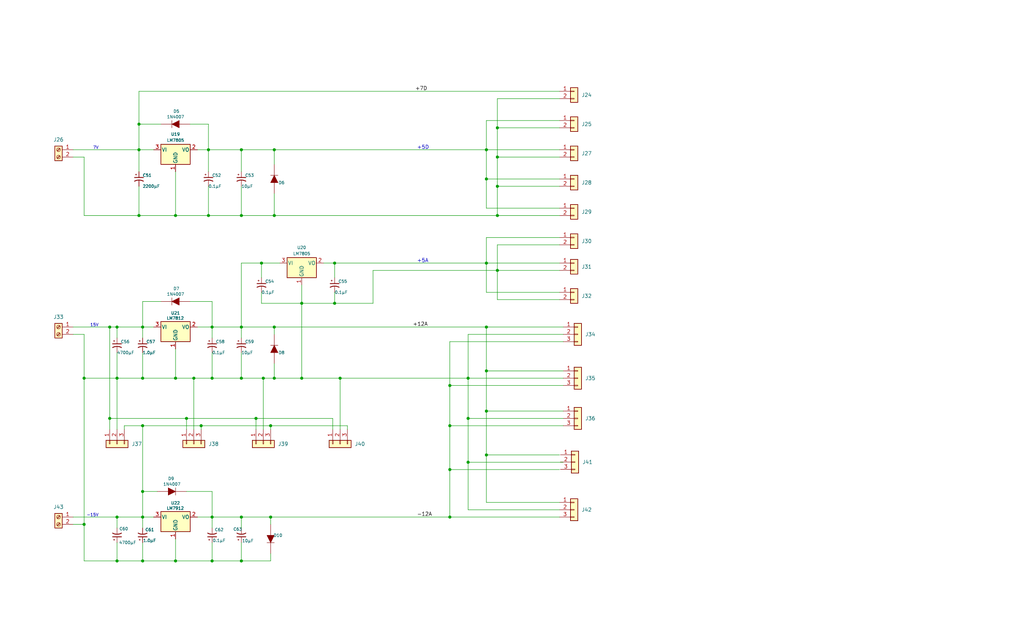
<source format=kicad_sch>
(kicad_sch
	(version 20231120)
	(generator "eeschema")
	(generator_version "8.0")
	(uuid "ac400113-5b0c-4ba3-90f5-fba5c1ab46ed")
	(paper "USLegal")
	(title_block
		(title "Synth #2")
		(date "2023-07-27")
		(rev "0.1")
		(company "      MLE Tech                  Cedar Park, TX")
		(comment 2 "In Development")
	)
	(lib_symbols
		(symbol "Connector_Generic:Conn_01x02"
			(pin_names
				(offset 1.016) hide)
			(exclude_from_sim no)
			(in_bom yes)
			(on_board yes)
			(property "Reference" "J"
				(at 0 2.54 0)
				(effects
					(font
						(size 1.27 1.27)
					)
				)
			)
			(property "Value" "Conn_01x02"
				(at 0 -5.08 0)
				(effects
					(font
						(size 1.27 1.27)
					)
				)
			)
			(property "Footprint" ""
				(at 0 0 0)
				(effects
					(font
						(size 1.27 1.27)
					)
					(hide yes)
				)
			)
			(property "Datasheet" "~"
				(at 0 0 0)
				(effects
					(font
						(size 1.27 1.27)
					)
					(hide yes)
				)
			)
			(property "Description" "Generic connector, single row, 01x02, script generated (kicad-library-utils/schlib/autogen/connector/)"
				(at 0 0 0)
				(effects
					(font
						(size 1.27 1.27)
					)
					(hide yes)
				)
			)
			(property "ki_keywords" "connector"
				(at 0 0 0)
				(effects
					(font
						(size 1.27 1.27)
					)
					(hide yes)
				)
			)
			(property "ki_fp_filters" "Connector*:*_1x??_*"
				(at 0 0 0)
				(effects
					(font
						(size 1.27 1.27)
					)
					(hide yes)
				)
			)
			(symbol "Conn_01x02_1_1"
				(rectangle
					(start -1.27 -2.413)
					(end 0 -2.667)
					(stroke
						(width 0.1524)
						(type default)
					)
					(fill
						(type none)
					)
				)
				(rectangle
					(start -1.27 0.127)
					(end 0 -0.127)
					(stroke
						(width 0.1524)
						(type default)
					)
					(fill
						(type none)
					)
				)
				(rectangle
					(start -1.27 1.27)
					(end 1.27 -3.81)
					(stroke
						(width 0.254)
						(type default)
					)
					(fill
						(type background)
					)
				)
				(pin passive line
					(at -5.08 0 0)
					(length 3.81)
					(name "Pin_1"
						(effects
							(font
								(size 1.27 1.27)
							)
						)
					)
					(number "1"
						(effects
							(font
								(size 1.27 1.27)
							)
						)
					)
				)
				(pin passive line
					(at -5.08 -2.54 0)
					(length 3.81)
					(name "Pin_2"
						(effects
							(font
								(size 1.27 1.27)
							)
						)
					)
					(number "2"
						(effects
							(font
								(size 1.27 1.27)
							)
						)
					)
				)
			)
		)
		(symbol "Connector_Generic:Conn_01x03"
			(pin_names
				(offset 1.016) hide)
			(exclude_from_sim no)
			(in_bom yes)
			(on_board yes)
			(property "Reference" "J"
				(at 0 5.08 0)
				(effects
					(font
						(size 1.27 1.27)
					)
				)
			)
			(property "Value" "Conn_01x03"
				(at 0 -5.08 0)
				(effects
					(font
						(size 1.27 1.27)
					)
				)
			)
			(property "Footprint" ""
				(at 0 0 0)
				(effects
					(font
						(size 1.27 1.27)
					)
					(hide yes)
				)
			)
			(property "Datasheet" "~"
				(at 0 0 0)
				(effects
					(font
						(size 1.27 1.27)
					)
					(hide yes)
				)
			)
			(property "Description" "Generic connector, single row, 01x03, script generated (kicad-library-utils/schlib/autogen/connector/)"
				(at 0 0 0)
				(effects
					(font
						(size 1.27 1.27)
					)
					(hide yes)
				)
			)
			(property "ki_keywords" "connector"
				(at 0 0 0)
				(effects
					(font
						(size 1.27 1.27)
					)
					(hide yes)
				)
			)
			(property "ki_fp_filters" "Connector*:*_1x??_*"
				(at 0 0 0)
				(effects
					(font
						(size 1.27 1.27)
					)
					(hide yes)
				)
			)
			(symbol "Conn_01x03_1_1"
				(rectangle
					(start -1.27 -2.413)
					(end 0 -2.667)
					(stroke
						(width 0.1524)
						(type default)
					)
					(fill
						(type none)
					)
				)
				(rectangle
					(start -1.27 0.127)
					(end 0 -0.127)
					(stroke
						(width 0.1524)
						(type default)
					)
					(fill
						(type none)
					)
				)
				(rectangle
					(start -1.27 2.667)
					(end 0 2.413)
					(stroke
						(width 0.1524)
						(type default)
					)
					(fill
						(type none)
					)
				)
				(rectangle
					(start -1.27 3.81)
					(end 1.27 -3.81)
					(stroke
						(width 0.254)
						(type default)
					)
					(fill
						(type background)
					)
				)
				(pin passive line
					(at -5.08 2.54 0)
					(length 3.81)
					(name "Pin_1"
						(effects
							(font
								(size 1.27 1.27)
							)
						)
					)
					(number "1"
						(effects
							(font
								(size 1.27 1.27)
							)
						)
					)
				)
				(pin passive line
					(at -5.08 0 0)
					(length 3.81)
					(name "Pin_2"
						(effects
							(font
								(size 1.27 1.27)
							)
						)
					)
					(number "2"
						(effects
							(font
								(size 1.27 1.27)
							)
						)
					)
				)
				(pin passive line
					(at -5.08 -2.54 0)
					(length 3.81)
					(name "Pin_3"
						(effects
							(font
								(size 1.27 1.27)
							)
						)
					)
					(number "3"
						(effects
							(font
								(size 1.27 1.27)
							)
						)
					)
				)
			)
		)
		(symbol "Device:C_Polarized_Small_US"
			(pin_numbers hide)
			(pin_names
				(offset 0.254) hide)
			(exclude_from_sim no)
			(in_bom yes)
			(on_board yes)
			(property "Reference" "C"
				(at 0.254 1.778 0)
				(effects
					(font
						(size 1.27 1.27)
					)
					(justify left)
				)
			)
			(property "Value" "C_Polarized_Small_US"
				(at 0.254 -2.032 0)
				(effects
					(font
						(size 1.27 1.27)
					)
					(justify left)
				)
			)
			(property "Footprint" ""
				(at 0 0 0)
				(effects
					(font
						(size 1.27 1.27)
					)
					(hide yes)
				)
			)
			(property "Datasheet" "~"
				(at 0 0 0)
				(effects
					(font
						(size 1.27 1.27)
					)
					(hide yes)
				)
			)
			(property "Description" "Polarized capacitor, small US symbol"
				(at 0 0 0)
				(effects
					(font
						(size 1.27 1.27)
					)
					(hide yes)
				)
			)
			(property "ki_keywords" "cap capacitor"
				(at 0 0 0)
				(effects
					(font
						(size 1.27 1.27)
					)
					(hide yes)
				)
			)
			(property "ki_fp_filters" "CP_*"
				(at 0 0 0)
				(effects
					(font
						(size 1.27 1.27)
					)
					(hide yes)
				)
			)
			(symbol "C_Polarized_Small_US_0_1"
				(polyline
					(pts
						(xy -1.524 0.508) (xy 1.524 0.508)
					)
					(stroke
						(width 0.3048)
						(type default)
					)
					(fill
						(type none)
					)
				)
				(polyline
					(pts
						(xy -1.27 1.524) (xy -0.762 1.524)
					)
					(stroke
						(width 0)
						(type default)
					)
					(fill
						(type none)
					)
				)
				(polyline
					(pts
						(xy -1.016 1.27) (xy -1.016 1.778)
					)
					(stroke
						(width 0)
						(type default)
					)
					(fill
						(type none)
					)
				)
				(arc
					(start 1.524 -0.762)
					(mid 0 -0.3734)
					(end -1.524 -0.762)
					(stroke
						(width 0.3048)
						(type default)
					)
					(fill
						(type none)
					)
				)
			)
			(symbol "C_Polarized_Small_US_1_1"
				(pin passive line
					(at 0 2.54 270)
					(length 2.032)
					(name "~"
						(effects
							(font
								(size 1.27 1.27)
							)
						)
					)
					(number "1"
						(effects
							(font
								(size 1.27 1.27)
							)
						)
					)
				)
				(pin passive line
					(at 0 -2.54 90)
					(length 2.032)
					(name "~"
						(effects
							(font
								(size 1.27 1.27)
							)
						)
					)
					(number "2"
						(effects
							(font
								(size 1.27 1.27)
							)
						)
					)
				)
			)
		)
		(symbol "Regulator_Linear:LM1117-5.0"
			(pin_names
				(offset 0.254)
			)
			(exclude_from_sim no)
			(in_bom yes)
			(on_board yes)
			(property "Reference" "U"
				(at -3.81 3.175 0)
				(effects
					(font
						(size 1.27 1.27)
					)
				)
			)
			(property "Value" "LM1117-5.0"
				(at 0 3.175 0)
				(effects
					(font
						(size 1.27 1.27)
					)
					(justify left)
				)
			)
			(property "Footprint" ""
				(at 0 0 0)
				(effects
					(font
						(size 1.27 1.27)
					)
					(hide yes)
				)
			)
			(property "Datasheet" "http://www.ti.com/lit/ds/symlink/lm1117.pdf"
				(at 0 0 0)
				(effects
					(font
						(size 1.27 1.27)
					)
					(hide yes)
				)
			)
			(property "Description" "800mA Low-Dropout Linear Regulator, 5.0V fixed output, TO-220/TO-252/TO-263/SOT-223"
				(at 0 0 0)
				(effects
					(font
						(size 1.27 1.27)
					)
					(hide yes)
				)
			)
			(property "ki_keywords" "linear regulator ldo fixed positive"
				(at 0 0 0)
				(effects
					(font
						(size 1.27 1.27)
					)
					(hide yes)
				)
			)
			(property "ki_fp_filters" "SOT?223* TO?263* TO?252* TO?220*"
				(at 0 0 0)
				(effects
					(font
						(size 1.27 1.27)
					)
					(hide yes)
				)
			)
			(symbol "LM1117-5.0_0_1"
				(rectangle
					(start -5.08 -5.08)
					(end 5.08 1.905)
					(stroke
						(width 0.254)
						(type default)
					)
					(fill
						(type background)
					)
				)
			)
			(symbol "LM1117-5.0_1_1"
				(pin power_in line
					(at 0 -7.62 90)
					(length 2.54)
					(name "GND"
						(effects
							(font
								(size 1.27 1.27)
							)
						)
					)
					(number "1"
						(effects
							(font
								(size 1.27 1.27)
							)
						)
					)
				)
				(pin power_out line
					(at 7.62 0 180)
					(length 2.54)
					(name "VO"
						(effects
							(font
								(size 1.27 1.27)
							)
						)
					)
					(number "2"
						(effects
							(font
								(size 1.27 1.27)
							)
						)
					)
				)
				(pin power_in line
					(at -7.62 0 0)
					(length 2.54)
					(name "VI"
						(effects
							(font
								(size 1.27 1.27)
							)
						)
					)
					(number "3"
						(effects
							(font
								(size 1.27 1.27)
							)
						)
					)
				)
			)
		)
		(symbol "ThruScrew:Screw_Terminal_01x02"
			(pin_names
				(offset 1.016) hide)
			(exclude_from_sim no)
			(in_bom yes)
			(on_board yes)
			(property "Reference" "J"
				(at 0 2.54 0)
				(effects
					(font
						(size 1.27 1.27)
					)
				)
			)
			(property "Value" "Screw_Terminal_01x02"
				(at 0 -5.08 0)
				(effects
					(font
						(size 1.27 1.27)
					)
				)
			)
			(property "Footprint" ""
				(at 0 0 0)
				(effects
					(font
						(size 1.27 1.27)
					)
					(hide yes)
				)
			)
			(property "Datasheet" "~"
				(at 0 0 0)
				(effects
					(font
						(size 1.27 1.27)
					)
					(hide yes)
				)
			)
			(property "Description" "Generic screw terminal, single row, 01x02, script generated (kicad-library-utils/schlib/autogen/connector/)"
				(at 0 0 0)
				(effects
					(font
						(size 1.27 1.27)
					)
					(hide yes)
				)
			)
			(property "ki_keywords" "screw terminal"
				(at 0 0 0)
				(effects
					(font
						(size 1.27 1.27)
					)
					(hide yes)
				)
			)
			(property "ki_fp_filters" "TerminalBlock*:*"
				(at 0 0 0)
				(effects
					(font
						(size 1.27 1.27)
					)
					(hide yes)
				)
			)
			(symbol "Screw_Terminal_01x02_1_1"
				(rectangle
					(start -1.27 1.27)
					(end 1.27 -3.81)
					(stroke
						(width 0.254)
						(type default)
					)
					(fill
						(type background)
					)
				)
				(circle
					(center 0 -2.54)
					(radius 0.635)
					(stroke
						(width 0.1524)
						(type default)
					)
					(fill
						(type none)
					)
				)
				(polyline
					(pts
						(xy -0.5334 -2.2098) (xy 0.3302 -3.048)
					)
					(stroke
						(width 0.1524)
						(type default)
					)
					(fill
						(type none)
					)
				)
				(polyline
					(pts
						(xy -0.5334 0.3302) (xy 0.3302 -0.508)
					)
					(stroke
						(width 0.1524)
						(type default)
					)
					(fill
						(type none)
					)
				)
				(polyline
					(pts
						(xy -0.3556 -2.032) (xy 0.508 -2.8702)
					)
					(stroke
						(width 0.1524)
						(type default)
					)
					(fill
						(type none)
					)
				)
				(polyline
					(pts
						(xy -0.3556 0.508) (xy 0.508 -0.3302)
					)
					(stroke
						(width 0.1524)
						(type default)
					)
					(fill
						(type none)
					)
				)
				(circle
					(center 0 0)
					(radius 0.635)
					(stroke
						(width 0.1524)
						(type default)
					)
					(fill
						(type none)
					)
				)
				(pin passive line
					(at -5.08 0 0)
					(length 3.81)
					(name "Pin_1"
						(effects
							(font
								(size 1.27 1.27)
							)
						)
					)
					(number "1"
						(effects
							(font
								(size 1.27 1.27)
							)
						)
					)
				)
				(pin passive line
					(at -5.08 -2.54 0)
					(length 3.81)
					(name "Pin_2"
						(effects
							(font
								(size 1.27 1.27)
							)
						)
					)
					(number "2"
						(effects
							(font
								(size 1.27 1.27)
							)
						)
					)
				)
			)
		)
		(symbol "dk_Diodes-Rectifiers-Single:1N4007-T_NRND"
			(pin_numbers hide)
			(pin_names
				(offset 0) hide)
			(exclude_from_sim no)
			(in_bom yes)
			(on_board yes)
			(property "Reference" "D"
				(at 0 2.54 0)
				(effects
					(font
						(size 1.524 1.524)
					)
				)
			)
			(property "Value" "1N4007-T_NRND"
				(at 0 -2.54 0)
				(effects
					(font
						(size 1.524 1.524)
					)
				)
			)
			(property "Footprint" "digikey-footprints:DO-41"
				(at 5.08 5.08 0)
				(effects
					(font
						(size 1.524 1.524)
					)
					(justify left)
					(hide yes)
				)
			)
			(property "Datasheet" "https://www.diodes.com/assets/Datasheets/ds28002.pdf"
				(at 5.08 7.62 0)
				(effects
					(font
						(size 1.524 1.524)
					)
					(justify left)
					(hide yes)
				)
			)
			(property "Description" "DIODE GEN PURP 1KV 1A DO41"
				(at 5.08 25.4 0)
				(effects
					(font
						(size 1.524 1.524)
					)
					(justify left)
					(hide yes)
				)
			)
			(property "Digi-Key_PN" "1N4007DICT-ND"
				(at 5.08 10.16 0)
				(effects
					(font
						(size 1.524 1.524)
					)
					(justify left)
					(hide yes)
				)
			)
			(property "MPN" "1N4007-T"
				(at 5.08 12.7 0)
				(effects
					(font
						(size 1.524 1.524)
					)
					(justify left)
					(hide yes)
				)
			)
			(property "Category" "Discrete Semiconductor Products"
				(at 5.08 15.24 0)
				(effects
					(font
						(size 1.524 1.524)
					)
					(justify left)
					(hide yes)
				)
			)
			(property "Family" "Diodes - Rectifiers - Single"
				(at 5.08 17.78 0)
				(effects
					(font
						(size 1.524 1.524)
					)
					(justify left)
					(hide yes)
				)
			)
			(property "DK_Datasheet_Link" "https://www.diodes.com/assets/Datasheets/ds28002.pdf"
				(at 5.08 20.32 0)
				(effects
					(font
						(size 1.524 1.524)
					)
					(justify left)
					(hide yes)
				)
			)
			(property "DK_Detail_Page" "/product-detail/en/diodes-incorporated/1N4007-T/1N4007DICT-ND/76454"
				(at 5.08 22.86 0)
				(effects
					(font
						(size 1.524 1.524)
					)
					(justify left)
					(hide yes)
				)
			)
			(property "Manufacturer" "Diodes Incorporated"
				(at 5.08 27.94 0)
				(effects
					(font
						(size 1.524 1.524)
					)
					(justify left)
					(hide yes)
				)
			)
			(property "Status" "Not For New Designs"
				(at 5.08 30.48 0)
				(effects
					(font
						(size 1.524 1.524)
					)
					(justify left)
					(hide yes)
				)
			)
			(property "ki_keywords" "1N4007DICT-ND"
				(at 0 0 0)
				(effects
					(font
						(size 1.27 1.27)
					)
					(hide yes)
				)
			)
			(symbol "1N4007-T_NRND_0_1"
				(polyline
					(pts
						(xy 1.27 1.27) (xy 1.27 -1.27)
					)
					(stroke
						(width 0)
						(type default)
					)
					(fill
						(type none)
					)
				)
				(polyline
					(pts
						(xy -1.27 1.27) (xy -1.27 -1.27) (xy 1.27 0) (xy -1.27 1.27)
					)
					(stroke
						(width 0)
						(type default)
					)
					(fill
						(type outline)
					)
				)
			)
			(symbol "1N4007-T_NRND_1_1"
				(pin passive line
					(at -5.08 0 0)
					(length 3.81)
					(name "~"
						(effects
							(font
								(size 1.27 1.27)
							)
						)
					)
					(number "A"
						(effects
							(font
								(size 1.27 1.27)
							)
						)
					)
				)
				(pin passive line
					(at 5.08 0 180)
					(length 3.81)
					(name "~"
						(effects
							(font
								(size 1.27 1.27)
							)
						)
					)
					(number "K"
						(effects
							(font
								(size 1.27 1.27)
							)
						)
					)
				)
			)
		)
	)
	(junction
		(at 116.205 105.41)
		(diameter 0)
		(color 0 0 0 0)
		(uuid "07521d7d-64f7-4f86-a337-f5509b86f80a")
	)
	(junction
		(at 83.82 131.445)
		(diameter 0)
		(color 0 0 0 0)
		(uuid "08e3e395-d011-4bea-8470-6cb1de33a49b")
	)
	(junction
		(at 73.66 131.445)
		(diameter 0)
		(color 0 0 0 0)
		(uuid "0acb39b7-4999-4984-b6a2-dc5d0baccab0")
	)
	(junction
		(at 60.96 74.9046)
		(diameter 0)
		(color 0 0 0 0)
		(uuid "10d801ff-b130-4c8f-98db-58d115713719")
	)
	(junction
		(at 168.91 113.665)
		(diameter 0)
		(color 0 0 0 0)
		(uuid "11540e11-9294-49f6-80c8-adb58d49d17b")
	)
	(junction
		(at 88.9 145.415)
		(diameter 0)
		(color 0 0 0 0)
		(uuid "11b142c2-b17d-4eee-bbb1-4d89c0c98f71")
	)
	(junction
		(at 95.25 52.0446)
		(diameter 0)
		(color 0 0 0 0)
		(uuid "162e7774-500d-496d-967f-9c58bce31756")
	)
	(junction
		(at 72.39 74.9046)
		(diameter 0)
		(color 0 0 0 0)
		(uuid "177f14db-4656-4e77-ab14-22eb08f1f4b3")
	)
	(junction
		(at 83.82 113.665)
		(diameter 0)
		(color 0 0 0 0)
		(uuid "1a625145-3ec5-48ef-b67a-503abc0a87ca")
	)
	(junction
		(at 156.21 163.195)
		(diameter 0)
		(color 0 0 0 0)
		(uuid "1aea6a1c-80c5-4b7b-964d-1df36bc1150d")
	)
	(junction
		(at 90.805 91.44)
		(diameter 0)
		(color 0 0 0 0)
		(uuid "1f6096c2-210f-43db-96f0-ab3c84eaeddb")
	)
	(junction
		(at 67.31 131.445)
		(diameter 0)
		(color 0 0 0 0)
		(uuid "24cdcada-a6a5-4547-8e2c-e395362b14ce")
	)
	(junction
		(at 172.72 64.7446)
		(diameter 0)
		(color 0 0 0 0)
		(uuid "2814ed9f-5587-491b-b6bb-295ac38a0c58")
	)
	(junction
		(at 172.72 54.5846)
		(diameter 0)
		(color 0 0 0 0)
		(uuid "2d762f8b-48bc-4e52-90e1-e6059af5d380")
	)
	(junction
		(at 40.64 179.705)
		(diameter 0)
		(color 0 0 0 0)
		(uuid "2e39c7b0-3d33-40c7-ada1-d94977a9a5c4")
	)
	(junction
		(at 83.82 179.705)
		(diameter 0)
		(color 0 0 0 0)
		(uuid "2ee1e184-b23d-4902-94ab-fd14f0817920")
	)
	(junction
		(at 172.72 44.4246)
		(diameter 0)
		(color 0 0 0 0)
		(uuid "2f838bfe-e7e9-4e7e-9019-cd47b0f42ddb")
	)
	(junction
		(at 162.56 145.415)
		(diameter 0)
		(color 0 0 0 0)
		(uuid "2fd532f0-ec85-42bb-9ec5-e08ec47e67c9")
	)
	(junction
		(at 91.44 131.445)
		(diameter 0)
		(color 0 0 0 0)
		(uuid "362b5ef7-e22c-4842-a5e6-ea009bccf75e")
	)
	(junction
		(at 49.53 170.815)
		(diameter 0)
		(color 0 0 0 0)
		(uuid "37c487ba-6414-4853-b244-eb2ee51023ac")
	)
	(junction
		(at 156.21 133.985)
		(diameter 0)
		(color 0 0 0 0)
		(uuid "41a31b21-8bcc-41f6-9e43-8deec2f64a88")
	)
	(junction
		(at 29.21 131.445)
		(diameter 0)
		(color 0 0 0 0)
		(uuid "46c2cec8-56cd-41a1-9b30-12d3626b8799")
	)
	(junction
		(at 60.96 131.445)
		(diameter 0)
		(color 0 0 0 0)
		(uuid "50bb8a61-068f-4ec7-8a20-1c1aecb9d64c")
	)
	(junction
		(at 38.1 113.665)
		(diameter 0)
		(color 0 0 0 0)
		(uuid "5bfcdf35-0be8-4358-a6b7-544f92f7bb67")
	)
	(junction
		(at 49.53 113.665)
		(diameter 0)
		(color 0 0 0 0)
		(uuid "5e24e8be-b61f-4441-9cce-229d65837d37")
	)
	(junction
		(at 168.91 52.0446)
		(diameter 0)
		(color 0 0 0 0)
		(uuid "6111758e-d889-4add-be67-9db68c3c69f8")
	)
	(junction
		(at 40.64 194.945)
		(diameter 0)
		(color 0 0 0 0)
		(uuid "67f557ba-e144-4a4c-b6ca-791235aaa1c1")
	)
	(junction
		(at 83.82 194.945)
		(diameter 0)
		(color 0 0 0 0)
		(uuid "6c4869eb-34d0-44a1-9592-b5f339b4603e")
	)
	(junction
		(at 72.39 52.0446)
		(diameter 0)
		(color 0 0 0 0)
		(uuid "6f50601f-7bd4-4caa-b687-f58203716307")
	)
	(junction
		(at 48.26 43.1546)
		(diameter 0)
		(color 0 0 0 0)
		(uuid "7679ee0a-369b-460a-a4bd-ac9fecd05728")
	)
	(junction
		(at 49.53 194.945)
		(diameter 0)
		(color 0 0 0 0)
		(uuid "7d4ed022-ea82-48b2-8ce2-6e77f4f5cd8d")
	)
	(junction
		(at 60.96 194.945)
		(diameter 0)
		(color 0 0 0 0)
		(uuid "7f1ba917-a35e-442a-8d65-327b1b8e88ea")
	)
	(junction
		(at 40.64 131.445)
		(diameter 0)
		(color 0 0 0 0)
		(uuid "83c24260-b35a-4dec-816b-cc7c9b7bea70")
	)
	(junction
		(at 48.26 52.0446)
		(diameter 0)
		(color 0 0 0 0)
		(uuid "83fbca6b-b82a-4ca4-8b34-5a06d0792952")
	)
	(junction
		(at 168.91 62.2046)
		(diameter 0)
		(color 0 0 0 0)
		(uuid "86f97187-3a75-426d-b3bd-fb280c4b723e")
	)
	(junction
		(at 95.25 131.445)
		(diameter 0)
		(color 0 0 0 0)
		(uuid "8aa23f00-7c98-4cb4-8a9a-44e621b384b7")
	)
	(junction
		(at 73.66 113.665)
		(diameter 0)
		(color 0 0 0 0)
		(uuid "8fdb3749-6b20-4feb-bdfb-b3ecb730e53a")
	)
	(junction
		(at 49.53 179.705)
		(diameter 0)
		(color 0 0 0 0)
		(uuid "93b8f807-ad3d-4263-9170-4d3427be68cb")
	)
	(junction
		(at 168.91 128.905)
		(diameter 0)
		(color 0 0 0 0)
		(uuid "99aca86e-46d9-4d88-96b5-837a6e1f051b")
	)
	(junction
		(at 38.1 145.415)
		(diameter 0)
		(color 0 0 0 0)
		(uuid "9bd9609b-1227-40ca-9181-e1d0f451e770")
	)
	(junction
		(at 64.77 145.415)
		(diameter 0)
		(color 0 0 0 0)
		(uuid "a762d19d-7f92-4d95-a575-aa6635355914")
	)
	(junction
		(at 118.11 131.445)
		(diameter 0)
		(color 0 0 0 0)
		(uuid "b01d7a5a-7caa-452b-aef4-f65ec3c4a5a8")
	)
	(junction
		(at 40.64 113.665)
		(diameter 0)
		(color 0 0 0 0)
		(uuid "b077675c-8f41-428d-bb28-564edb3301c7")
	)
	(junction
		(at 168.91 142.875)
		(diameter 0)
		(color 0 0 0 0)
		(uuid "b7069118-d315-4967-911c-8986741eb8c1")
	)
	(junction
		(at 48.26 74.9046)
		(diameter 0)
		(color 0 0 0 0)
		(uuid "b746d3ab-bae1-43fa-9350-edb0f658ad6c")
	)
	(junction
		(at 83.82 74.9046)
		(diameter 0)
		(color 0 0 0 0)
		(uuid "bb819c87-0152-4776-9acc-d4defbc91fca")
	)
	(junction
		(at 49.53 147.955)
		(diameter 0)
		(color 0 0 0 0)
		(uuid "bd68feff-cd21-4237-877f-d5861e22c5bb")
	)
	(junction
		(at 69.85 147.955)
		(diameter 0)
		(color 0 0 0 0)
		(uuid "bdd5f1da-f2a2-4807-a705-1937daf9998d")
	)
	(junction
		(at 49.53 131.445)
		(diameter 0)
		(color 0 0 0 0)
		(uuid "be11e77a-1a87-4fbd-a94f-b7f810de2c60")
	)
	(junction
		(at 104.775 105.41)
		(diameter 0)
		(color 0 0 0 0)
		(uuid "c14d5262-7635-47c3-823f-aa04ef42e186")
	)
	(junction
		(at 104.775 131.445)
		(diameter 0)
		(color 0 0 0 0)
		(uuid "c3165aef-55c2-4afc-b913-03e6aed158ed")
	)
	(junction
		(at 29.21 182.245)
		(diameter 0)
		(color 0 0 0 0)
		(uuid "c346370d-b7ab-485e-9bde-7c27e761ef46")
	)
	(junction
		(at 93.98 147.955)
		(diameter 0)
		(color 0 0 0 0)
		(uuid "c576dc01-2bc4-4012-a8ee-80928de75bcd")
	)
	(junction
		(at 73.66 179.705)
		(diameter 0)
		(color 0 0 0 0)
		(uuid "d2ca156c-9914-4fb9-82d8-ebbe25d7031c")
	)
	(junction
		(at 168.91 158.115)
		(diameter 0)
		(color 0 0 0 0)
		(uuid "d412e4d0-5829-45cb-80d3-21c9b4d7d0cb")
	)
	(junction
		(at 162.56 131.445)
		(diameter 0)
		(color 0 0 0 0)
		(uuid "d4bea5ed-b3a8-44c9-a631-51f88975b381")
	)
	(junction
		(at 168.91 91.44)
		(diameter 0)
		(color 0 0 0 0)
		(uuid "d4d54d32-9c1c-4306-bd75-0e0d38a7c456")
	)
	(junction
		(at 156.21 147.955)
		(diameter 0)
		(color 0 0 0 0)
		(uuid "d9a9c142-bd63-469b-aebc-d9d29e87510a")
	)
	(junction
		(at 116.205 91.44)
		(diameter 0)
		(color 0 0 0 0)
		(uuid "de21677c-c87f-491c-99a6-8d34916808c7")
	)
	(junction
		(at 162.56 160.655)
		(diameter 0)
		(color 0 0 0 0)
		(uuid "e679dc7e-c6d2-4dec-b367-e672eb59be0d")
	)
	(junction
		(at 172.72 93.98)
		(diameter 0)
		(color 0 0 0 0)
		(uuid "e7baabbd-2a92-465e-9e5f-ac712ddb522d")
	)
	(junction
		(at 95.25 113.665)
		(diameter 0)
		(color 0 0 0 0)
		(uuid "e972670d-94b7-4124-bf9e-dfb7b89e5390")
	)
	(junction
		(at 95.25 74.9046)
		(diameter 0)
		(color 0 0 0 0)
		(uuid "ea6dd5ba-55bb-4153-8f57-58e475c26d14")
	)
	(junction
		(at 156.21 179.705)
		(diameter 0)
		(color 0 0 0 0)
		(uuid "eab696fb-dba9-4fb4-ae37-8c47294ddde8")
	)
	(junction
		(at 93.98 179.705)
		(diameter 0)
		(color 0 0 0 0)
		(uuid "eb0810df-c059-4308-bd65-3cc8e1becd5c")
	)
	(junction
		(at 172.72 74.9046)
		(diameter 0)
		(color 0 0 0 0)
		(uuid "f2af6ec7-0ce4-4545-b810-61648cef280b")
	)
	(junction
		(at 73.66 194.945)
		(diameter 0)
		(color 0 0 0 0)
		(uuid "f7380ea5-3b6f-405c-b254-3d9eaffb29ec")
	)
	(junction
		(at 83.82 52.0446)
		(diameter 0)
		(color 0 0 0 0)
		(uuid "ffbdf22b-c821-4026-9da5-974f10a23916")
	)
	(wire
		(pts
			(xy 67.31 131.445) (xy 73.66 131.445)
		)
		(stroke
			(width 0)
			(type default)
		)
		(uuid "0564a7f3-577b-4460-8fbb-f3e6d1469b13")
	)
	(wire
		(pts
			(xy 67.31 131.445) (xy 67.31 149.225)
		)
		(stroke
			(width 0)
			(type default)
		)
		(uuid "06739af1-4157-4636-b640-80e267ef403a")
	)
	(wire
		(pts
			(xy 83.82 113.665) (xy 95.25 113.665)
		)
		(stroke
			(width 0)
			(type default)
		)
		(uuid "07348ff2-7389-4756-8f05-5a50d51b123d")
	)
	(wire
		(pts
			(xy 73.66 183.515) (xy 73.66 179.705)
		)
		(stroke
			(width 0)
			(type default)
		)
		(uuid "08481d12-24ff-4637-ba42-b286b83ded11")
	)
	(wire
		(pts
			(xy 93.98 182.245) (xy 93.98 179.705)
		)
		(stroke
			(width 0)
			(type default)
		)
		(uuid "08c60c66-1dca-470f-a321-634738883441")
	)
	(wire
		(pts
			(xy 195.58 142.875) (xy 168.91 142.875)
		)
		(stroke
			(width 0)
			(type default)
		)
		(uuid "09e6c3f3-33a1-472e-808e-934877b39f98")
	)
	(wire
		(pts
			(xy 49.53 170.815) (xy 49.53 147.955)
		)
		(stroke
			(width 0)
			(type default)
		)
		(uuid "0a3afd72-74e1-42a8-86fe-a18217fb22a9")
	)
	(wire
		(pts
			(xy 29.21 182.245) (xy 29.21 194.945)
		)
		(stroke
			(width 0)
			(type default)
		)
		(uuid "0a51a388-2e4d-4c60-ad28-215220d78b0c")
	)
	(wire
		(pts
			(xy 29.21 131.445) (xy 29.21 182.245)
		)
		(stroke
			(width 0)
			(type default)
		)
		(uuid "0cc466e3-7a3d-45d2-96ab-4cefd9aa655a")
	)
	(wire
		(pts
			(xy 49.53 113.665) (xy 53.34 113.665)
		)
		(stroke
			(width 0)
			(type default)
		)
		(uuid "0e45230a-b121-4600-b689-d37876f56703")
	)
	(wire
		(pts
			(xy 162.56 177.165) (xy 162.56 160.655)
		)
		(stroke
			(width 0)
			(type default)
		)
		(uuid "0eb08c1b-bd89-4d5f-8b72-fddf1e7011b2")
	)
	(wire
		(pts
			(xy 83.82 64.7446) (xy 83.82 74.9046)
		)
		(stroke
			(width 0)
			(type default)
		)
		(uuid "109e8d56-98e5-49da-933c-1d548747fd4e")
	)
	(wire
		(pts
			(xy 172.72 64.7446) (xy 172.72 74.9046)
		)
		(stroke
			(width 0)
			(type default)
		)
		(uuid "10af2c90-f43b-46cd-a4eb-c022071cef91")
	)
	(wire
		(pts
			(xy 90.805 105.41) (xy 104.775 105.41)
		)
		(stroke
			(width 0)
			(type default)
		)
		(uuid "1109b14e-2cde-469b-8796-e34c5e59a381")
	)
	(wire
		(pts
			(xy 40.64 188.595) (xy 40.64 194.945)
		)
		(stroke
			(width 0)
			(type default)
		)
		(uuid "1333d54f-172c-4956-af15-cc3279742063")
	)
	(wire
		(pts
			(xy 156.21 118.745) (xy 156.21 133.985)
		)
		(stroke
			(width 0)
			(type default)
		)
		(uuid "16aec220-de1a-48fb-ae47-1830fdc9ed25")
	)
	(wire
		(pts
			(xy 60.96 131.445) (xy 67.31 131.445)
		)
		(stroke
			(width 0)
			(type default)
		)
		(uuid "16f46eb7-3179-4690-ba60-9ec9d64b3378")
	)
	(wire
		(pts
			(xy 60.96 194.945) (xy 73.66 194.945)
		)
		(stroke
			(width 0)
			(type default)
		)
		(uuid "1769fb75-916a-433f-8e3d-376d6b1d6bf0")
	)
	(wire
		(pts
			(xy 95.25 116.205) (xy 95.25 113.665)
		)
		(stroke
			(width 0)
			(type default)
		)
		(uuid "182dc9c5-7e45-4ba6-9362-b6fcf06f8e19")
	)
	(wire
		(pts
			(xy 40.64 131.445) (xy 49.53 131.445)
		)
		(stroke
			(width 0)
			(type default)
		)
		(uuid "1a77a647-adfe-4798-89c8-dc3370f2331f")
	)
	(wire
		(pts
			(xy 66.04 43.1546) (xy 72.39 43.1546)
		)
		(stroke
			(width 0)
			(type default)
		)
		(uuid "1ae87ec7-fb38-4b3f-9632-f2d225d54229")
	)
	(wire
		(pts
			(xy 194.31 101.6) (xy 168.91 101.6)
		)
		(stroke
			(width 0)
			(type default)
		)
		(uuid "1d441c01-1f11-4478-adf2-7a6c446a272d")
	)
	(wire
		(pts
			(xy 172.72 93.98) (xy 194.31 93.98)
		)
		(stroke
			(width 0)
			(type default)
		)
		(uuid "1e1b02b4-df1b-4937-9a22-f756a6a1cb07")
	)
	(wire
		(pts
			(xy 104.775 99.06) (xy 104.775 105.41)
		)
		(stroke
			(width 0)
			(type default)
		)
		(uuid "23f7e4e8-1260-406e-b444-e350c3250c67")
	)
	(wire
		(pts
			(xy 73.66 104.775) (xy 73.66 113.665)
		)
		(stroke
			(width 0)
			(type default)
		)
		(uuid "243725e7-87ee-4be5-bd92-859accd7a048")
	)
	(wire
		(pts
			(xy 156.21 133.985) (xy 195.58 133.985)
		)
		(stroke
			(width 0)
			(type default)
		)
		(uuid "24b9ecda-d5f0-4a5a-b4a8-ca744482f157")
	)
	(wire
		(pts
			(xy 29.21 131.445) (xy 40.64 131.445)
		)
		(stroke
			(width 0)
			(type default)
		)
		(uuid "2600f261-9043-4e5c-84c5-00319d8f9b63")
	)
	(wire
		(pts
			(xy 194.31 104.14) (xy 172.72 104.14)
		)
		(stroke
			(width 0)
			(type default)
		)
		(uuid "27eb69ae-cbf1-4670-bafe-97526f23ee2a")
	)
	(wire
		(pts
			(xy 194.31 85.09) (xy 172.72 85.09)
		)
		(stroke
			(width 0)
			(type default)
		)
		(uuid "281382ee-0daf-404c-aa43-cf55d395d395")
	)
	(wire
		(pts
			(xy 48.26 31.75) (xy 194.31 31.75)
		)
		(stroke
			(width 0)
			(type default)
		)
		(uuid "284b6533-4a42-49e3-a038-a59c58cf6cc1")
	)
	(wire
		(pts
			(xy 73.66 131.445) (xy 83.82 131.445)
		)
		(stroke
			(width 0)
			(type default)
		)
		(uuid "2ad1034a-04da-4a02-a6dd-be6ffd5ab9f8")
	)
	(wire
		(pts
			(xy 120.65 149.225) (xy 120.65 147.955)
		)
		(stroke
			(width 0)
			(type default)
		)
		(uuid "2e935430-1cd2-4783-a7b4-4b5d4651ff0a")
	)
	(wire
		(pts
			(xy 95.25 52.0446) (xy 168.91 52.0446)
		)
		(stroke
			(width 0)
			(type default)
		)
		(uuid "3053e105-bf17-40fa-85d8-4606b0be68e7")
	)
	(wire
		(pts
			(xy 104.775 131.445) (xy 118.11 131.445)
		)
		(stroke
			(width 0)
			(type default)
		)
		(uuid "31461e5b-626a-474c-9291-2578a3dc92e7")
	)
	(wire
		(pts
			(xy 156.21 133.985) (xy 156.21 147.955)
		)
		(stroke
			(width 0)
			(type default)
		)
		(uuid "3268af2f-1c47-4c8c-b488-086da0c41957")
	)
	(wire
		(pts
			(xy 73.66 179.705) (xy 68.58 179.705)
		)
		(stroke
			(width 0)
			(type default)
		)
		(uuid "326da2f8-d6c9-4cf3-9bf1-aced900ed3e3")
	)
	(wire
		(pts
			(xy 25.4 182.245) (xy 29.21 182.245)
		)
		(stroke
			(width 0)
			(type default)
		)
		(uuid "34e277e8-f7d4-441e-889f-8cfa5aaf0b98")
	)
	(wire
		(pts
			(xy 48.26 64.7446) (xy 48.26 74.9046)
		)
		(stroke
			(width 0)
			(type default)
		)
		(uuid "350a6170-4bcb-4696-b07a-7616c273c2d8")
	)
	(wire
		(pts
			(xy 48.26 74.9046) (xy 60.96 74.9046)
		)
		(stroke
			(width 0)
			(type default)
		)
		(uuid "355d5d4d-1421-45d5-acc9-a125670dbaaf")
	)
	(wire
		(pts
			(xy 116.205 105.41) (xy 104.775 105.41)
		)
		(stroke
			(width 0)
			(type default)
		)
		(uuid "377a6089-0993-460f-b6a2-e433ff26ed69")
	)
	(wire
		(pts
			(xy 95.25 113.665) (xy 168.91 113.665)
		)
		(stroke
			(width 0)
			(type default)
		)
		(uuid "3863fc84-67b6-4afd-9cca-99035dfe1a96")
	)
	(wire
		(pts
			(xy 116.205 96.52) (xy 116.205 91.44)
		)
		(stroke
			(width 0)
			(type default)
		)
		(uuid "3bb20d7b-03df-4b2d-a764-881f72704a34")
	)
	(wire
		(pts
			(xy 194.31 54.5846) (xy 172.72 54.5846)
		)
		(stroke
			(width 0)
			(type default)
		)
		(uuid "3bb52f6b-050b-46e0-85d1-87e9e8ef97c9")
	)
	(wire
		(pts
			(xy 66.04 104.775) (xy 73.66 104.775)
		)
		(stroke
			(width 0)
			(type default)
		)
		(uuid "3d8343b3-7bd4-4fdd-a163-670c7a1c0a8e")
	)
	(wire
		(pts
			(xy 168.91 128.905) (xy 168.91 113.665)
		)
		(stroke
			(width 0)
			(type default)
		)
		(uuid "3edd4bb9-b57c-4364-884d-26f08b147a71")
	)
	(wire
		(pts
			(xy 38.1 113.665) (xy 38.1 145.415)
		)
		(stroke
			(width 0)
			(type default)
		)
		(uuid "3f24703f-6197-4507-b538-d7b89cf06966")
	)
	(wire
		(pts
			(xy 29.21 116.205) (xy 25.4 116.205)
		)
		(stroke
			(width 0)
			(type default)
		)
		(uuid "3f454961-33f5-4f54-93ed-a6b30472c4bf")
	)
	(wire
		(pts
			(xy 64.77 145.415) (xy 64.77 149.225)
		)
		(stroke
			(width 0)
			(type default)
		)
		(uuid "40d918e9-afa1-4c04-a97f-ea64a1ce2fe5")
	)
	(wire
		(pts
			(xy 83.82 179.705) (xy 93.98 179.705)
		)
		(stroke
			(width 0)
			(type default)
		)
		(uuid "420f1360-f288-4e58-a890-b6fb1893ab7c")
	)
	(wire
		(pts
			(xy 115.57 149.225) (xy 115.57 145.415)
		)
		(stroke
			(width 0)
			(type default)
		)
		(uuid "508ab26d-26ff-4f78-981d-a3db11bed032")
	)
	(wire
		(pts
			(xy 195.58 160.655) (xy 162.56 160.655)
		)
		(stroke
			(width 0)
			(type default)
		)
		(uuid "515609e2-2b12-486c-a447-9b77b082ecea")
	)
	(wire
		(pts
			(xy 95.25 131.445) (xy 104.775 131.445)
		)
		(stroke
			(width 0)
			(type default)
		)
		(uuid "516d220e-f126-49f8-8d50-bc282cdc5da3")
	)
	(wire
		(pts
			(xy 168.91 62.2046) (xy 168.91 52.0446)
		)
		(stroke
			(width 0)
			(type default)
		)
		(uuid "51c823f8-8e5e-4515-967d-9cedddd6606d")
	)
	(wire
		(pts
			(xy 162.56 116.205) (xy 162.56 131.445)
		)
		(stroke
			(width 0)
			(type default)
		)
		(uuid "51d3a4a3-e947-4eee-b8e6-d2693618e425")
	)
	(wire
		(pts
			(xy 118.11 131.445) (xy 162.56 131.445)
		)
		(stroke
			(width 0)
			(type default)
		)
		(uuid "51fa03d4-6fad-4e7a-85e2-c6115177d9c7")
	)
	(wire
		(pts
			(xy 29.21 54.5846) (xy 29.21 74.9046)
		)
		(stroke
			(width 0)
			(type default)
		)
		(uuid "52a7076e-97a0-4b39-a519-48745088c7b5")
	)
	(wire
		(pts
			(xy 29.21 194.945) (xy 40.64 194.945)
		)
		(stroke
			(width 0)
			(type default)
		)
		(uuid "54665337-3ddb-48ab-aa03-b7fc8986c239")
	)
	(wire
		(pts
			(xy 49.53 104.775) (xy 49.53 113.665)
		)
		(stroke
			(width 0)
			(type default)
		)
		(uuid "55a580e4-e517-47da-9ef0-933ec976249d")
	)
	(wire
		(pts
			(xy 60.96 121.285) (xy 60.96 131.445)
		)
		(stroke
			(width 0)
			(type default)
		)
		(uuid "581c2717-b33d-4f35-beda-6ffe0c3c16a2")
	)
	(wire
		(pts
			(xy 91.44 131.445) (xy 95.25 131.445)
		)
		(stroke
			(width 0)
			(type default)
		)
		(uuid "58e76117-88ed-483d-987b-4ca06ea5d458")
	)
	(wire
		(pts
			(xy 83.82 131.445) (xy 91.44 131.445)
		)
		(stroke
			(width 0)
			(type default)
		)
		(uuid "58fa7e3a-1f5c-4aae-a91b-532c0dd8f9ca")
	)
	(wire
		(pts
			(xy 73.66 194.945) (xy 83.82 194.945)
		)
		(stroke
			(width 0)
			(type default)
		)
		(uuid "59c84011-2352-41f8-a1c4-e8c3d91156f0")
	)
	(wire
		(pts
			(xy 40.64 194.945) (xy 49.53 194.945)
		)
		(stroke
			(width 0)
			(type default)
		)
		(uuid "5c6d13b3-7dd1-4c0e-ac7d-1f211bef290b")
	)
	(wire
		(pts
			(xy 112.395 91.44) (xy 116.205 91.44)
		)
		(stroke
			(width 0)
			(type default)
		)
		(uuid "5cc1691b-23e1-433f-aa46-1cd116495801")
	)
	(wire
		(pts
			(xy 194.31 34.29) (xy 172.72 34.29)
		)
		(stroke
			(width 0)
			(type default)
		)
		(uuid "5d059ab7-f379-41b8-890a-774450b1a154")
	)
	(wire
		(pts
			(xy 73.66 188.595) (xy 73.66 194.945)
		)
		(stroke
			(width 0)
			(type default)
		)
		(uuid "5d7440f1-c002-425f-8d73-0438a6949958")
	)
	(wire
		(pts
			(xy 194.31 177.165) (xy 162.56 177.165)
		)
		(stroke
			(width 0)
			(type default)
		)
		(uuid "5e4baad3-27b4-45de-bb9b-a89074a950ef")
	)
	(wire
		(pts
			(xy 40.64 179.705) (xy 40.64 183.515)
		)
		(stroke
			(width 0)
			(type default)
		)
		(uuid "5e908172-f95a-4ac2-afb2-3637766d52be")
	)
	(wire
		(pts
			(xy 116.205 91.44) (xy 168.91 91.44)
		)
		(stroke
			(width 0)
			(type default)
		)
		(uuid "5e9dede8-b7d9-43de-be00-38155506076a")
	)
	(wire
		(pts
			(xy 194.31 174.625) (xy 168.91 174.625)
		)
		(stroke
			(width 0)
			(type default)
		)
		(uuid "5f25ecb0-0e7f-4e87-b3a4-845a49ee703a")
	)
	(wire
		(pts
			(xy 54.61 170.815) (xy 49.53 170.815)
		)
		(stroke
			(width 0)
			(type default)
		)
		(uuid "5f37e222-44e2-4a2b-b58f-f485fa754d11")
	)
	(wire
		(pts
			(xy 194.31 158.115) (xy 168.91 158.115)
		)
		(stroke
			(width 0)
			(type default)
		)
		(uuid "60163cdc-5a37-4ac1-b3ef-1794ae8194c1")
	)
	(wire
		(pts
			(xy 43.18 147.955) (xy 43.18 149.225)
		)
		(stroke
			(width 0)
			(type default)
		)
		(uuid "603dbd88-2ded-41b5-be98-f91dbf465a2b")
	)
	(wire
		(pts
			(xy 95.25 57.1246) (xy 95.25 52.0446)
		)
		(stroke
			(width 0)
			(type default)
		)
		(uuid "60ace973-c202-4099-b4b1-022d6b12c868")
	)
	(wire
		(pts
			(xy 93.98 149.225) (xy 93.98 147.955)
		)
		(stroke
			(width 0)
			(type default)
		)
		(uuid "639218df-d75c-48a4-bba7-af67400d434b")
	)
	(wire
		(pts
			(xy 115.57 145.415) (xy 88.9 145.415)
		)
		(stroke
			(width 0)
			(type default)
		)
		(uuid "67c1fe32-0e8c-4100-80a2-37b97843bcf6")
	)
	(wire
		(pts
			(xy 83.82 183.515) (xy 83.82 179.705)
		)
		(stroke
			(width 0)
			(type default)
		)
		(uuid "6945614f-c972-4129-a87d-d28a080c22d7")
	)
	(wire
		(pts
			(xy 118.11 131.445) (xy 118.11 149.225)
		)
		(stroke
			(width 0)
			(type default)
		)
		(uuid "69d2ce04-769d-4157-9370-0fe168ccd67d")
	)
	(wire
		(pts
			(xy 195.58 147.955) (xy 156.21 147.955)
		)
		(stroke
			(width 0)
			(type default)
		)
		(uuid "6ac7a853-2384-4735-8c56-96d613227c4f")
	)
	(wire
		(pts
			(xy 172.72 34.29) (xy 172.72 44.4246)
		)
		(stroke
			(width 0)
			(type default)
		)
		(uuid "6b123341-62a7-4b69-84ae-896ba9c398f0")
	)
	(wire
		(pts
			(xy 91.44 131.445) (xy 91.44 149.225)
		)
		(stroke
			(width 0)
			(type default)
		)
		(uuid "6b4dfd6c-ede8-4de6-ad50-79c6a40e6ef3")
	)
	(wire
		(pts
			(xy 49.53 183.515) (xy 49.53 179.705)
		)
		(stroke
			(width 0)
			(type default)
		)
		(uuid "6b5e02e0-dcdf-42ee-b9f7-430576bf03bd")
	)
	(wire
		(pts
			(xy 38.1 145.415) (xy 64.77 145.415)
		)
		(stroke
			(width 0)
			(type default)
		)
		(uuid "6cae1e2d-a273-4e0a-aa8a-8466ca025443")
	)
	(wire
		(pts
			(xy 156.21 147.955) (xy 156.21 163.195)
		)
		(stroke
			(width 0)
			(type default)
		)
		(uuid "6d6bfddf-8128-456b-8659-d004662bb111")
	)
	(wire
		(pts
			(xy 194.31 62.2046) (xy 168.91 62.2046)
		)
		(stroke
			(width 0)
			(type default)
		)
		(uuid "6f0b5a76-481e-4355-a0f5-03453c51aa89")
	)
	(wire
		(pts
			(xy 25.4 54.5846) (xy 29.21 54.5846)
		)
		(stroke
			(width 0)
			(type default)
		)
		(uuid "739f7a9c-796e-4449-b29f-139a83b3ce88")
	)
	(wire
		(pts
			(xy 73.66 122.555) (xy 73.66 131.445)
		)
		(stroke
			(width 0)
			(type default)
		)
		(uuid "73ead8fe-e6f5-45f8-a425-1068ce99b162")
	)
	(wire
		(pts
			(xy 172.72 85.09) (xy 172.72 93.98)
		)
		(stroke
			(width 0)
			(type default)
		)
		(uuid "785cd47b-4cdd-4f1e-8e42-8ad1f440d881")
	)
	(wire
		(pts
			(xy 83.82 59.6646) (xy 83.82 52.0446)
		)
		(stroke
			(width 0)
			(type default)
		)
		(uuid "7a0ad94d-c8ea-4f93-87f8-da9be7356fb9")
	)
	(wire
		(pts
			(xy 69.85 147.955) (xy 69.85 149.225)
		)
		(stroke
			(width 0)
			(type default)
		)
		(uuid "7a6a6e9b-26f6-495a-8195-915409bc8d8b")
	)
	(wire
		(pts
			(xy 104.775 105.41) (xy 104.775 131.445)
		)
		(stroke
			(width 0)
			(type default)
		)
		(uuid "7c115b3c-cf17-480b-bbb2-02f29b4580a9")
	)
	(wire
		(pts
			(xy 168.91 128.905) (xy 168.91 142.875)
		)
		(stroke
			(width 0)
			(type default)
		)
		(uuid "7c67576e-b4f4-4150-8507-3b319aa7fddc")
	)
	(wire
		(pts
			(xy 168.91 101.6) (xy 168.91 91.44)
		)
		(stroke
			(width 0)
			(type default)
		)
		(uuid "7f3e83e5-3c67-4bab-80f7-ce0cf9bd1432")
	)
	(wire
		(pts
			(xy 29.21 116.205) (xy 29.21 131.445)
		)
		(stroke
			(width 0)
			(type default)
		)
		(uuid "805816b5-d21b-430f-8c2f-0f4d6b81d849")
	)
	(wire
		(pts
			(xy 48.26 31.75) (xy 48.26 43.1546)
		)
		(stroke
			(width 0)
			(type default)
		)
		(uuid "822bf5f0-a923-425c-b3f7-eee6cd63a992")
	)
	(wire
		(pts
			(xy 40.64 179.705) (xy 49.53 179.705)
		)
		(stroke
			(width 0)
			(type default)
		)
		(uuid "82dee9ad-87d8-46d9-a919-ee66d0ace828")
	)
	(wire
		(pts
			(xy 49.53 170.815) (xy 49.53 179.705)
		)
		(stroke
			(width 0)
			(type default)
		)
		(uuid "830ca182-0f5a-4ce0-851b-2713c4e8e58f")
	)
	(wire
		(pts
			(xy 90.805 96.52) (xy 90.805 91.44)
		)
		(stroke
			(width 0)
			(type default)
		)
		(uuid "8592092e-578c-4b21-b87b-f049af8a473c")
	)
	(wire
		(pts
			(xy 194.31 41.8846) (xy 168.91 41.8846)
		)
		(stroke
			(width 0)
			(type default)
		)
		(uuid "86d90f57-dcc6-4d46-b596-50eebb0360cc")
	)
	(wire
		(pts
			(xy 88.9 145.415) (xy 64.77 145.415)
		)
		(stroke
			(width 0)
			(type default)
		)
		(uuid "878f2fff-efdd-4b57-8a23-8aa2714fade0")
	)
	(wire
		(pts
			(xy 168.91 91.44) (xy 194.31 91.44)
		)
		(stroke
			(width 0)
			(type default)
		)
		(uuid "87a58216-f8ef-4145-989e-2347c7b20482")
	)
	(wire
		(pts
			(xy 156.21 163.195) (xy 156.21 179.705)
		)
		(stroke
			(width 0)
			(type default)
		)
		(uuid "87d6c4c2-3d74-4c60-9b3b-2422e03fddad")
	)
	(wire
		(pts
			(xy 72.39 52.0446) (xy 72.39 59.6646)
		)
		(stroke
			(width 0)
			(type default)
		)
		(uuid "88258217-4994-4d27-aeb9-245810a9b36e")
	)
	(wire
		(pts
			(xy 55.88 104.775) (xy 49.53 104.775)
		)
		(stroke
			(width 0)
			(type default)
		)
		(uuid "887d29ae-55f7-41cb-b27d-e3413d7a3463")
	)
	(wire
		(pts
			(xy 40.64 122.555) (xy 40.64 131.445)
		)
		(stroke
			(width 0)
			(type default)
		)
		(uuid "88b57fac-c6fe-4ec5-8546-7b30412df688")
	)
	(wire
		(pts
			(xy 194.31 82.55) (xy 168.91 82.55)
		)
		(stroke
			(width 0)
			(type default)
		)
		(uuid "8c8b7df7-4707-4a2e-82d9-086dd0048b45")
	)
	(wire
		(pts
			(xy 95.25 126.365) (xy 95.25 131.445)
		)
		(stroke
			(width 0)
			(type default)
		)
		(uuid "8e425a2a-d65c-4645-bb00-89d24a540be3")
	)
	(wire
		(pts
			(xy 60.96 59.6646) (xy 60.96 74.9046)
		)
		(stroke
			(width 0)
			(type default)
		)
		(uuid "8e554740-1b03-4573-9115-a67e708022b1")
	)
	(wire
		(pts
			(xy 168.91 113.665) (xy 195.58 113.665)
		)
		(stroke
			(width 0)
			(type default)
		)
		(uuid "8fab7017-5bb6-4e26-823b-f08145261da9")
	)
	(wire
		(pts
			(xy 83.82 74.9046) (xy 95.25 74.9046)
		)
		(stroke
			(width 0)
			(type default)
		)
		(uuid "904e583d-74f9-41d4-b240-e52dc5b110e6")
	)
	(wire
		(pts
			(xy 93.98 179.705) (xy 156.21 179.705)
		)
		(stroke
			(width 0)
			(type default)
		)
		(uuid "90d2f011-ce5c-4523-ba94-053e63d98efc")
	)
	(wire
		(pts
			(xy 168.91 52.0446) (xy 194.31 52.0446)
		)
		(stroke
			(width 0)
			(type default)
		)
		(uuid "91c83419-e02b-4f8b-a325-2cf00f42d009")
	)
	(wire
		(pts
			(xy 49.53 188.595) (xy 49.53 194.945)
		)
		(stroke
			(width 0)
			(type default)
		)
		(uuid "92c9b9bf-60d4-485d-8c34-76c048253dd1")
	)
	(wire
		(pts
			(xy 90.805 101.6) (xy 90.805 105.41)
		)
		(stroke
			(width 0)
			(type default)
		)
		(uuid "953bd548-2be7-4f7e-9be7-fc8a9a0b8411")
	)
	(wire
		(pts
			(xy 73.66 117.475) (xy 73.66 113.665)
		)
		(stroke
			(width 0)
			(type default)
		)
		(uuid "95e416f8-f889-4b75-a7c7-ca37fdf3e900")
	)
	(wire
		(pts
			(xy 172.72 74.9046) (xy 194.31 74.9046)
		)
		(stroke
			(width 0)
			(type default)
		)
		(uuid "96c7b30d-5838-4ca3-a1b8-dab95072778b")
	)
	(wire
		(pts
			(xy 168.91 82.55) (xy 168.91 91.44)
		)
		(stroke
			(width 0)
			(type default)
		)
		(uuid "97052b1e-4477-4d24-ab86-830a16b1ed23")
	)
	(wire
		(pts
			(xy 129.54 105.41) (xy 116.205 105.41)
		)
		(stroke
			(width 0)
			(type default)
		)
		(uuid "9971994d-4b13-4b1d-9708-2302a7d3e04c")
	)
	(wire
		(pts
			(xy 49.53 122.555) (xy 49.53 131.445)
		)
		(stroke
			(width 0)
			(type default)
		)
		(uuid "9aed4504-848f-4952-9fb0-26084d6fe18e")
	)
	(wire
		(pts
			(xy 73.66 113.665) (xy 68.58 113.665)
		)
		(stroke
			(width 0)
			(type default)
		)
		(uuid "9b0ca5d0-694c-4dfc-9f99-f1eb335b422e")
	)
	(wire
		(pts
			(xy 116.205 101.6) (xy 116.205 105.41)
		)
		(stroke
			(width 0)
			(type default)
		)
		(uuid "9d32e7d5-0fbc-467a-bf57-08d99134c752")
	)
	(wire
		(pts
			(xy 40.64 131.445) (xy 40.64 149.225)
		)
		(stroke
			(width 0)
			(type default)
		)
		(uuid "9daa7aaa-aa53-4e45-ae09-3e3dd62166c3")
	)
	(wire
		(pts
			(xy 55.88 43.1546) (xy 48.26 43.1546)
		)
		(stroke
			(width 0)
			(type default)
		)
		(uuid "9e14e365-815a-4c23-9d08-015b1d9bba52")
	)
	(wire
		(pts
			(xy 194.31 72.3646) (xy 168.91 72.3646)
		)
		(stroke
			(width 0)
			(type default)
		)
		(uuid "9e5c05d1-3794-499a-9201-b680bea6a4e4")
	)
	(wire
		(pts
			(xy 162.56 131.445) (xy 195.58 131.445)
		)
		(stroke
			(width 0)
			(type default)
		)
		(uuid "9e5e3ef9-34bb-4c30-b00e-827789b4ca81")
	)
	(wire
		(pts
			(xy 48.26 43.1546) (xy 48.26 52.0446)
		)
		(stroke
			(width 0)
			(type default)
		)
		(uuid "9eedada4-bf9a-43c5-a4d2-3a6f02f70422")
	)
	(wire
		(pts
			(xy 83.82 188.595) (xy 83.82 194.945)
		)
		(stroke
			(width 0)
			(type default)
		)
		(uuid "9fe8983b-f6ed-428c-959e-a18c6db1bedb")
	)
	(wire
		(pts
			(xy 49.53 117.475) (xy 49.53 113.665)
		)
		(stroke
			(width 0)
			(type default)
		)
		(uuid "a15151de-a3b0-472b-8c06-bb8542e0852f")
	)
	(wire
		(pts
			(xy 43.18 147.955) (xy 49.53 147.955)
		)
		(stroke
			(width 0)
			(type default)
		)
		(uuid "a1c81f27-1346-454d-8414-a33c733dc42f")
	)
	(wire
		(pts
			(xy 83.82 122.555) (xy 83.82 131.445)
		)
		(stroke
			(width 0)
			(type default)
		)
		(uuid "a2d6da71-7d4e-499f-9906-c26c1a4796d5")
	)
	(wire
		(pts
			(xy 38.1 113.665) (xy 40.64 113.665)
		)
		(stroke
			(width 0)
			(type default)
		)
		(uuid "a5123a8d-39f9-4207-9d46-b7517d8dea73")
	)
	(wire
		(pts
			(xy 38.1 145.415) (xy 38.1 149.225)
		)
		(stroke
			(width 0)
			(type default)
		)
		(uuid "a73502ae-fbfd-44fb-ab8f-fe15667989d5")
	)
	(wire
		(pts
			(xy 72.39 64.7446) (xy 72.39 74.9046)
		)
		(stroke
			(width 0)
			(type default)
		)
		(uuid "a7d187e9-6a28-4075-b55c-fbf05b73f7d7")
	)
	(wire
		(pts
			(xy 95.25 74.9046) (xy 172.72 74.9046)
		)
		(stroke
			(width 0)
			(type default)
		)
		(uuid "a801e9b4-e3cf-4241-a3ec-2578e3963048")
	)
	(wire
		(pts
			(xy 25.4 113.665) (xy 38.1 113.665)
		)
		(stroke
			(width 0)
			(type default)
		)
		(uuid "a950461b-a812-4a94-b5bf-5242dfabea61")
	)
	(wire
		(pts
			(xy 194.31 64.7446) (xy 172.72 64.7446)
		)
		(stroke
			(width 0)
			(type default)
		)
		(uuid "ab5acd4f-96ad-412d-ab24-b174411695d6")
	)
	(wire
		(pts
			(xy 90.805 91.44) (xy 83.82 91.44)
		)
		(stroke
			(width 0)
			(type default)
		)
		(uuid "ac4fdda7-8a73-4a1e-8bbd-a371ccfd3952")
	)
	(wire
		(pts
			(xy 64.77 170.815) (xy 73.66 170.815)
		)
		(stroke
			(width 0)
			(type default)
		)
		(uuid "ac5af737-44ab-4dbf-8c10-4ba947562f2e")
	)
	(wire
		(pts
			(xy 172.72 54.5846) (xy 172.72 64.7446)
		)
		(stroke
			(width 0)
			(type default)
		)
		(uuid "ade7e7d6-b3e0-4c40-a4d3-4d6079ffe883")
	)
	(wire
		(pts
			(xy 48.26 52.0446) (xy 53.34 52.0446)
		)
		(stroke
			(width 0)
			(type default)
		)
		(uuid "aee34858-1bf9-44e0-a30e-47cb2f12467c")
	)
	(wire
		(pts
			(xy 156.21 179.705) (xy 194.31 179.705)
		)
		(stroke
			(width 0)
			(type default)
		)
		(uuid "aef355ea-e7db-412b-b3ad-6bbac1b53f6f")
	)
	(wire
		(pts
			(xy 49.53 147.955) (xy 69.85 147.955)
		)
		(stroke
			(width 0)
			(type default)
		)
		(uuid "af09f340-c44e-481b-8f3e-aaf8fc8ffb36")
	)
	(wire
		(pts
			(xy 73.66 170.815) (xy 73.66 179.705)
		)
		(stroke
			(width 0)
			(type default)
		)
		(uuid "b0d89751-fb9c-4759-926f-3f4c79b0d472")
	)
	(wire
		(pts
			(xy 93.98 147.955) (xy 120.65 147.955)
		)
		(stroke
			(width 0)
			(type default)
		)
		(uuid "b105c90c-1917-42fa-8891-1cd2dd9704c5")
	)
	(wire
		(pts
			(xy 195.58 116.205) (xy 162.56 116.205)
		)
		(stroke
			(width 0)
			(type default)
		)
		(uuid "b158a617-ac45-4af6-81fe-c37e3989dfab")
	)
	(wire
		(pts
			(xy 172.72 44.4246) (xy 172.72 54.5846)
		)
		(stroke
			(width 0)
			(type default)
		)
		(uuid "b16593f7-f930-4d3f-86fd-09222bfc1560")
	)
	(wire
		(pts
			(xy 194.31 163.195) (xy 156.21 163.195)
		)
		(stroke
			(width 0)
			(type default)
		)
		(uuid "b27b02fb-13f7-43af-9215-7daac8044ea1")
	)
	(wire
		(pts
			(xy 40.64 113.665) (xy 49.53 113.665)
		)
		(stroke
			(width 0)
			(type default)
		)
		(uuid "b314bf21-f41d-4fc3-aa83-d7d82835a824")
	)
	(wire
		(pts
			(xy 88.9 145.415) (xy 88.9 149.225)
		)
		(stroke
			(width 0)
			(type default)
		)
		(uuid "b423ed46-0b71-43aa-acbc-d962f6ade85a")
	)
	(wire
		(pts
			(xy 168.91 72.3646) (xy 168.91 62.2046)
		)
		(stroke
			(width 0)
			(type default)
		)
		(uuid "b5062ecf-2d03-4069-87df-404d40a18109")
	)
	(wire
		(pts
			(xy 83.82 194.945) (xy 93.98 194.945)
		)
		(stroke
			(width 0)
			(type default)
		)
		(uuid "b6dbd4f2-4069-45b7-b41a-05b2e95d40dc")
	)
	(wire
		(pts
			(xy 129.54 93.98) (xy 172.72 93.98)
		)
		(stroke
			(width 0)
			(type default)
		)
		(uuid "b93ae87f-90a0-4207-8c1b-cb10e27ae9ba")
	)
	(wire
		(pts
			(xy 40.64 179.705) (xy 25.4 179.705)
		)
		(stroke
			(width 0)
			(type default)
		)
		(uuid "bd44ea4e-916a-46b2-afc7-eb96033d4612")
	)
	(wire
		(pts
			(xy 97.155 91.44) (xy 90.805 91.44)
		)
		(stroke
			(width 0)
			(type default)
		)
		(uuid "bd7e4e2a-8544-4a81-9a43-0bd444ce622b")
	)
	(wire
		(pts
			(xy 69.85 147.955) (xy 93.98 147.955)
		)
		(stroke
			(width 0)
			(type default)
		)
		(uuid "c0a52016-c407-44de-a2e8-67a149c29eec")
	)
	(wire
		(pts
			(xy 72.39 74.9046) (xy 83.82 74.9046)
		)
		(stroke
			(width 0)
			(type default)
		)
		(uuid "c2350791-8fec-4be3-8b55-c137e0d4720d")
	)
	(wire
		(pts
			(xy 194.31 44.4246) (xy 172.72 44.4246)
		)
		(stroke
			(width 0)
			(type default)
		)
		(uuid "c711d177-2533-446c-9f8f-51e2040bc80e")
	)
	(wire
		(pts
			(xy 49.53 179.705) (xy 53.34 179.705)
		)
		(stroke
			(width 0)
			(type default)
		)
		(uuid "c74ba181-8b46-41f8-a846-42579e560cb7")
	)
	(wire
		(pts
			(xy 95.25 67.2846) (xy 95.25 74.9046)
		)
		(stroke
			(width 0)
			(type default)
		)
		(uuid "c91130b6-c9d9-4d98-98f5-35629aac008d")
	)
	(wire
		(pts
			(xy 83.82 117.475) (xy 83.82 113.665)
		)
		(stroke
			(width 0)
			(type default)
		)
		(uuid "cc0c251f-6ac8-439f-832a-c6fce732758d")
	)
	(wire
		(pts
			(xy 48.26 52.0446) (xy 25.4 52.0446)
		)
		(stroke
			(width 0)
			(type default)
		)
		(uuid "cc2ff785-3494-4f89-baf1-075b3acfc4de")
	)
	(wire
		(pts
			(xy 72.39 43.1546) (xy 72.39 52.0446)
		)
		(stroke
			(width 0)
			(type default)
		)
		(uuid "d00b7ad1-17f8-4e05-aaaf-df8f1a48ed3c")
	)
	(wire
		(pts
			(xy 168.91 174.625) (xy 168.91 158.115)
		)
		(stroke
			(width 0)
			(type default)
		)
		(uuid "d25cd523-be5f-4488-9195-7d13ffc0ed06")
	)
	(wire
		(pts
			(xy 49.53 194.945) (xy 60.96 194.945)
		)
		(stroke
			(width 0)
			(type default)
		)
		(uuid "d3a83328-6b38-4973-ba4a-ffae2eec0e53")
	)
	(wire
		(pts
			(xy 129.54 93.98) (xy 129.54 105.41)
		)
		(stroke
			(width 0)
			(type default)
		)
		(uuid "d3f4571e-b831-4f50-9bdb-1fe5fe09a6a3")
	)
	(wire
		(pts
			(xy 93.98 192.405) (xy 93.98 194.945)
		)
		(stroke
			(width 0)
			(type default)
		)
		(uuid "d5166cc2-ccfe-49a2-8764-7c04e9626d6f")
	)
	(wire
		(pts
			(xy 83.82 52.0446) (xy 72.39 52.0446)
		)
		(stroke
			(width 0)
			(type default)
		)
		(uuid "d5564060-4e09-4532-8f26-154783b3eab7")
	)
	(wire
		(pts
			(xy 72.39 52.0446) (xy 68.58 52.0446)
		)
		(stroke
			(width 0)
			(type default)
		)
		(uuid "d89111b0-a0d3-414c-b861-09164179975a")
	)
	(wire
		(pts
			(xy 60.96 187.325) (xy 60.96 194.945)
		)
		(stroke
			(width 0)
			(type default)
		)
		(uuid "d8aa2db6-f82f-4243-9b5f-3f6dd381565c")
	)
	(wire
		(pts
			(xy 40.64 113.665) (xy 40.64 117.475)
		)
		(stroke
			(width 0)
			(type default)
		)
		(uuid "df0057a7-7c9f-44a1-b717-67c1c5822bb0")
	)
	(wire
		(pts
			(xy 60.96 74.9046) (xy 72.39 74.9046)
		)
		(stroke
			(width 0)
			(type default)
		)
		(uuid "df55c943-9ab5-45fd-8fbe-b1030f3081d6")
	)
	(wire
		(pts
			(xy 195.58 128.905) (xy 168.91 128.905)
		)
		(stroke
			(width 0)
			(type default)
		)
		(uuid "e033b07f-bebf-4dee-bb7c-d4351ff6f7b8")
	)
	(wire
		(pts
			(xy 73.66 179.705) (xy 83.82 179.705)
		)
		(stroke
			(width 0)
			(type default)
		)
		(uuid "e1e0ad99-39f3-4b6d-9f3d-59bf93305a8b")
	)
	(wire
		(pts
			(xy 172.72 104.14) (xy 172.72 93.98)
		)
		(stroke
			(width 0)
			(type default)
		)
		(uuid "e2173905-0a7a-469c-b878-c4feda64e889")
	)
	(wire
		(pts
			(xy 29.21 74.9046) (xy 48.26 74.9046)
		)
		(stroke
			(width 0)
			(type default)
		)
		(uuid "e4f19ae7-0580-4671-a8fb-3f6e03737d67")
	)
	(wire
		(pts
			(xy 195.58 145.415) (xy 162.56 145.415)
		)
		(stroke
			(width 0)
			(type default)
		)
		(uuid "e78a9d61-ed76-43af-b8c3-78244bdbe8fd")
	)
	(wire
		(pts
			(xy 73.66 113.665) (xy 83.82 113.665)
		)
		(stroke
			(width 0)
			(type default)
		)
		(uuid "e7e9ecfd-b3c0-407f-92cf-d67369580111")
	)
	(wire
		(pts
			(xy 95.25 52.0446) (xy 83.82 52.0446)
		)
		(stroke
			(width 0)
			(type default)
		)
		(uuid "e8d95e00-0ad3-4bbf-befc-d6b19a5788bf")
	)
	(wire
		(pts
			(xy 195.58 118.745) (xy 156.21 118.745)
		)
		(stroke
			(width 0)
			(type default)
		)
		(uuid "e9b4c8e5-7c6c-4273-a67d-35a1134e0f17")
	)
	(wire
		(pts
			(xy 168.91 41.8846) (xy 168.91 52.0446)
		)
		(stroke
			(width 0)
			(type default)
		)
		(uuid "eb3ce711-ce59-4ab3-8112-1165177cd081")
	)
	(wire
		(pts
			(xy 48.26 52.0446) (xy 48.26 59.6646)
		)
		(stroke
			(width 0)
			(type default)
		)
		(uuid "ebb43745-7ef2-4640-b5ef-6902402107c8")
	)
	(wire
		(pts
			(xy 162.56 160.655) (xy 162.56 145.415)
		)
		(stroke
			(width 0)
			(type default)
		)
		(uuid "f125b9ac-cc56-4def-8d7a-26c3baadf1fb")
	)
	(wire
		(pts
			(xy 49.53 131.445) (xy 60.96 131.445)
		)
		(stroke
			(width 0)
			(type default)
		)
		(uuid "f3731e5b-2df3-4cfc-bf64-39d6860e1860")
	)
	(wire
		(pts
			(xy 168.91 158.115) (xy 168.91 142.875)
		)
		(stroke
			(width 0)
			(type default)
		)
		(uuid "f6d67b79-5fb7-4148-93ca-96c3bd36ac4d")
	)
	(wire
		(pts
			(xy 162.56 131.445) (xy 162.56 145.415)
		)
		(stroke
			(width 0)
			(type default)
		)
		(uuid "f8381972-ae62-4cc9-9458-55a2420f388b")
	)
	(wire
		(pts
			(xy 83.82 91.44) (xy 83.82 113.665)
		)
		(stroke
			(width 0)
			(type default)
		)
		(uuid "fbc01f30-33ab-4d26-a2ef-ef2b7626a88f")
	)
	(text "7V"
		(exclude_from_sim no)
		(at 34.29 52.07 0)
		(effects
			(font
				(size 1.016 1.016)
			)
			(justify right bottom)
		)
		(uuid "2e3c033c-5f4c-43bf-820e-346a4759c268")
	)
	(text "+5A"
		(exclude_from_sim no)
		(at 144.78 91.44 0)
		(effects
			(font
				(size 1.27 1.27)
			)
			(justify left bottom)
		)
		(uuid "48b3cadf-43ed-4822-801a-dbea9df00b91")
	)
	(text "-15V"
		(exclude_from_sim no)
		(at 34.29 179.7304 0)
		(effects
			(font
				(size 1.016 1.016)
			)
			(justify right bottom)
		)
		(uuid "64d6b3f1-3745-456e-8dea-d78d32b963dc")
	)
	(text "+5D"
		(exclude_from_sim no)
		(at 144.78 52.07 0)
		(effects
			(font
				(size 1.27 1.27)
			)
			(justify left bottom)
		)
		(uuid "702ba1b9-3607-43ea-878c-8269d7a10fa5")
	)
	(text "15V"
		(exclude_from_sim no)
		(at 34.29 113.6904 0)
		(effects
			(font
				(size 1.016 1.016)
			)
			(justify right bottom)
		)
		(uuid "856347ec-f8b5-4552-8572-2e5b89fd51b8")
	)
	(label "+7D"
		(at 144.145 31.75 0)
		(fields_autoplaced yes)
		(effects
			(font
				(size 1.27 1.27)
			)
			(justify left bottom)
		)
		(uuid "3ccb4b92-a206-4033-979c-1570b5d36217")
	)
	(label "+12A"
		(at 148.59 113.665 180)
		(fields_autoplaced yes)
		(effects
			(font
				(size 1.27 1.27)
			)
			(justify right bottom)
		)
		(uuid "626bb2d5-aa92-4d8a-9b4b-8fc5f93dd877")
	)
	(label "-12A"
		(at 144.78 179.705 0)
		(fields_autoplaced yes)
		(effects
			(font
				(size 1.27 1.27)
			)
			(justify left bottom)
		)
		(uuid "8c4503a4-12d4-4182-9098-fc742d17d729")
	)
	(symbol
		(lib_id "Connector_Generic:Conn_01x03")
		(at 200.66 131.445 0)
		(unit 1)
		(exclude_from_sim no)
		(in_bom yes)
		(on_board yes)
		(dnp no)
		(fields_autoplaced yes)
		(uuid "06895eff-055b-4b19-9cae-1fab081aba3a")
		(property "Reference" "J35"
			(at 203.2 131.4449 0)
			(effects
				(font
					(size 1.27 1.27)
				)
				(justify left)
			)
		)
		(property "Value" "Conn_01x03"
			(at 201.9299 126.365 90)
			(effects
				(font
					(size 1.27 1.27)
				)
				(justify left)
				(hide yes)
			)
		)
		(property "Footprint" ""
			(at 200.66 131.445 0)
			(effects
				(font
					(size 1.27 1.27)
				)
				(hide yes)
			)
		)
		(property "Datasheet" "~"
			(at 200.66 131.445 0)
			(effects
				(font
					(size 1.27 1.27)
				)
				(hide yes)
			)
		)
		(property "Description" ""
			(at 200.66 131.445 0)
			(effects
				(font
					(size 1.27 1.27)
				)
				(hide yes)
			)
		)
		(pin "1"
			(uuid "32497bdd-7796-4faf-a2e6-cdcb512c2abd")
		)
		(pin "2"
			(uuid "8e78672d-cd5c-417e-b0ad-8a8c0f15bf83")
		)
		(pin "3"
			(uuid "5f693cc2-93b3-40f7-adc5-7092b7844a3d")
		)
		(instances
			(project "Schematics-Midi32"
				(path "/718f017d-28fe-4e29-b548-40db8e21cec7/95306b60-5045-41b3-9495-58e5e819ea03"
					(reference "J35")
					(unit 1)
				)
			)
		)
	)
	(symbol
		(lib_id "Connector_Generic:Conn_01x02")
		(at 199.39 101.6 0)
		(unit 1)
		(exclude_from_sim no)
		(in_bom yes)
		(on_board yes)
		(dnp no)
		(fields_autoplaced yes)
		(uuid "0d8230e3-4f4e-4071-9f0b-a2b2d0d884a0")
		(property "Reference" "J32"
			(at 201.93 102.8699 0)
			(effects
				(font
					(size 1.27 1.27)
				)
				(justify left)
			)
		)
		(property "Value" "Conn_01x02"
			(at 201.93 104.1399 0)
			(effects
				(font
					(size 1.27 1.27)
				)
				(justify left)
				(hide yes)
			)
		)
		(property "Footprint" ""
			(at 199.39 101.6 0)
			(effects
				(font
					(size 1.27 1.27)
				)
				(hide yes)
			)
		)
		(property "Datasheet" "~"
			(at 199.39 101.6 0)
			(effects
				(font
					(size 1.27 1.27)
				)
				(hide yes)
			)
		)
		(property "Description" ""
			(at 199.39 101.6 0)
			(effects
				(font
					(size 1.27 1.27)
				)
				(hide yes)
			)
		)
		(pin "1"
			(uuid "c48630f4-0898-4bbe-98cd-85cbfeb7cf79")
		)
		(pin "2"
			(uuid "5d03b22e-4ed9-4fec-ac0c-b484cc0ffa35")
		)
		(instances
			(project "Schematics-Midi32"
				(path "/718f017d-28fe-4e29-b548-40db8e21cec7/95306b60-5045-41b3-9495-58e5e819ea03"
					(reference "J32")
					(unit 1)
				)
			)
		)
	)
	(symbol
		(lib_id "Device:C_Polarized_Small_US")
		(at 83.82 62.2046 0)
		(unit 1)
		(exclude_from_sim no)
		(in_bom yes)
		(on_board yes)
		(dnp no)
		(uuid "2dd6de69-410d-4494-b812-ecc35a923630")
		(property "Reference" "C53"
			(at 85.09 60.9346 0)
			(effects
				(font
					(size 1.016 1.016)
				)
				(justify left)
			)
		)
		(property "Value" "10µF"
			(at 83.82 64.7446 0)
			(effects
				(font
					(size 1.016 1.016)
				)
				(justify left)
			)
		)
		(property "Footprint" ""
			(at 83.82 62.2046 0)
			(effects
				(font
					(size 1.27 1.27)
				)
				(hide yes)
			)
		)
		(property "Datasheet" "~"
			(at 83.82 62.2046 0)
			(effects
				(font
					(size 1.27 1.27)
				)
				(hide yes)
			)
		)
		(property "Description" ""
			(at 83.82 62.2046 0)
			(effects
				(font
					(size 1.27 1.27)
				)
				(hide yes)
			)
		)
		(pin "1"
			(uuid "ccd851d6-1b1b-48a2-9f8e-1cdc28487468")
		)
		(pin "2"
			(uuid "29625ecb-226d-4571-b174-5f0c9719d0da")
		)
		(instances
			(project "Schematics-Midi32"
				(path "/718f017d-28fe-4e29-b548-40db8e21cec7/95306b60-5045-41b3-9495-58e5e819ea03"
					(reference "C53")
					(unit 1)
				)
			)
		)
	)
	(symbol
		(lib_id "Connector_Generic:Conn_01x03")
		(at 200.66 116.205 0)
		(unit 1)
		(exclude_from_sim no)
		(in_bom yes)
		(on_board yes)
		(dnp no)
		(fields_autoplaced yes)
		(uuid "337ad5be-bf4c-431b-8c8a-3d0ab129dd70")
		(property "Reference" "J34"
			(at 203.2 116.2049 0)
			(effects
				(font
					(size 1.27 1.27)
				)
				(justify left)
			)
		)
		(property "Value" "Conn_01x03"
			(at 201.9299 111.125 90)
			(effects
				(font
					(size 1.27 1.27)
				)
				(justify left)
				(hide yes)
			)
		)
		(property "Footprint" ""
			(at 200.66 116.205 0)
			(effects
				(font
					(size 1.27 1.27)
				)
				(hide yes)
			)
		)
		(property "Datasheet" "~"
			(at 200.66 116.205 0)
			(effects
				(font
					(size 1.27 1.27)
				)
				(hide yes)
			)
		)
		(property "Description" ""
			(at 200.66 116.205 0)
			(effects
				(font
					(size 1.27 1.27)
				)
				(hide yes)
			)
		)
		(pin "1"
			(uuid "cae47d09-6bb6-4074-a54b-159d34250bed")
		)
		(pin "2"
			(uuid "329ddef0-0aeb-4dd7-8a45-aad9efde6b6a")
		)
		(pin "3"
			(uuid "1e6285d6-cdf5-46e5-a8c0-187eb844e3be")
		)
		(instances
			(project "Schematics-Midi32"
				(path "/718f017d-28fe-4e29-b548-40db8e21cec7/95306b60-5045-41b3-9495-58e5e819ea03"
					(reference "J34")
					(unit 1)
				)
			)
		)
	)
	(symbol
		(lib_id "Connector_Generic:Conn_01x03")
		(at 199.6742 160.5944 0)
		(unit 1)
		(exclude_from_sim no)
		(in_bom yes)
		(on_board yes)
		(dnp no)
		(fields_autoplaced yes)
		(uuid "3760f00f-0225-49e9-a0f1-1d84a20ce2d6")
		(property "Reference" "J41"
			(at 202.2142 160.5943 0)
			(effects
				(font
					(size 1.27 1.27)
				)
				(justify left)
			)
		)
		(property "Value" "Conn_01x03"
			(at 200.9441 155.5144 90)
			(effects
				(font
					(size 1.27 1.27)
				)
				(justify left)
				(hide yes)
			)
		)
		(property "Footprint" ""
			(at 199.6742 160.5944 0)
			(effects
				(font
					(size 1.27 1.27)
				)
				(hide yes)
			)
		)
		(property "Datasheet" "~"
			(at 199.6742 160.5944 0)
			(effects
				(font
					(size 1.27 1.27)
				)
				(hide yes)
			)
		)
		(property "Description" ""
			(at 199.6742 160.5944 0)
			(effects
				(font
					(size 1.27 1.27)
				)
				(hide yes)
			)
		)
		(pin "1"
			(uuid "d9c657b7-b6ce-444e-ae59-a3101dfc0eaa")
		)
		(pin "2"
			(uuid "9198fb27-055a-4b50-905f-14636f47e2b8")
		)
		(pin "3"
			(uuid "4359e4b4-5e83-4577-be89-6031901a1b53")
		)
		(instances
			(project "Schematics-Midi32"
				(path "/718f017d-28fe-4e29-b548-40db8e21cec7/95306b60-5045-41b3-9495-58e5e819ea03"
					(reference "J41")
					(unit 1)
				)
			)
		)
	)
	(symbol
		(lib_id "Connector_Generic:Conn_01x02")
		(at 199.39 62.2046 0)
		(unit 1)
		(exclude_from_sim no)
		(in_bom yes)
		(on_board yes)
		(dnp no)
		(fields_autoplaced yes)
		(uuid "3a8e246c-e2cf-4e4e-80e6-d8ab70394fc3")
		(property "Reference" "J28"
			(at 201.93 63.4745 0)
			(effects
				(font
					(size 1.27 1.27)
				)
				(justify left)
			)
		)
		(property "Value" "Conn_01x02"
			(at 201.93 64.7445 0)
			(effects
				(font
					(size 1.27 1.27)
				)
				(justify left)
				(hide yes)
			)
		)
		(property "Footprint" ""
			(at 199.39 62.2046 0)
			(effects
				(font
					(size 1.27 1.27)
				)
				(hide yes)
			)
		)
		(property "Datasheet" "~"
			(at 199.39 62.2046 0)
			(effects
				(font
					(size 1.27 1.27)
				)
				(hide yes)
			)
		)
		(property "Description" ""
			(at 199.39 62.2046 0)
			(effects
				(font
					(size 1.27 1.27)
				)
				(hide yes)
			)
		)
		(pin "1"
			(uuid "3b88c345-34ff-46dd-88fd-2bf1123bc245")
		)
		(pin "2"
			(uuid "09e69295-d545-4e2c-a67b-a7d687f8c346")
		)
		(instances
			(project "Schematics-Midi32"
				(path "/718f017d-28fe-4e29-b548-40db8e21cec7/95306b60-5045-41b3-9495-58e5e819ea03"
					(reference "J28")
					(unit 1)
				)
			)
		)
	)
	(symbol
		(lib_id "Device:C_Polarized_Small_US")
		(at 40.64 120.015 0)
		(unit 1)
		(exclude_from_sim no)
		(in_bom yes)
		(on_board yes)
		(dnp no)
		(uuid "40101aa4-b797-46a5-aa9f-0bc748343854")
		(property "Reference" "C56"
			(at 41.91 118.745 0)
			(effects
				(font
					(size 1.016 1.016)
				)
				(justify left)
			)
		)
		(property "Value" "4700µF"
			(at 40.64 122.555 0)
			(effects
				(font
					(size 1.016 1.016)
				)
				(justify left)
			)
		)
		(property "Footprint" ""
			(at 40.64 120.015 0)
			(effects
				(font
					(size 1.27 1.27)
				)
				(hide yes)
			)
		)
		(property "Datasheet" "~"
			(at 40.64 120.015 0)
			(effects
				(font
					(size 1.27 1.27)
				)
				(hide yes)
			)
		)
		(property "Description" ""
			(at 40.64 120.015 0)
			(effects
				(font
					(size 1.27 1.27)
				)
				(hide yes)
			)
		)
		(pin "1"
			(uuid "21a3cc7e-cc7a-4f1d-845c-8cab0cca18ce")
		)
		(pin "2"
			(uuid "a2ad1bb6-0e0d-4f1f-a4e4-37cd64b3ba01")
		)
		(instances
			(project "Schematics-Midi32"
				(path "/718f017d-28fe-4e29-b548-40db8e21cec7/95306b60-5045-41b3-9495-58e5e819ea03"
					(reference "C56")
					(unit 1)
				)
			)
		)
	)
	(symbol
		(lib_id "Device:C_Polarized_Small_US")
		(at 116.205 99.06 0)
		(unit 1)
		(exclude_from_sim no)
		(in_bom yes)
		(on_board yes)
		(dnp no)
		(uuid "44650ab4-a2ef-4c2c-a356-8fc0e913f65e")
		(property "Reference" "C55"
			(at 117.475 97.79 0)
			(effects
				(font
					(size 1.016 1.016)
				)
				(justify left)
			)
		)
		(property "Value" "0.1µF"
			(at 116.205 101.6 0)
			(effects
				(font
					(size 1.016 1.016)
				)
				(justify left)
			)
		)
		(property "Footprint" ""
			(at 116.205 99.06 0)
			(effects
				(font
					(size 1.27 1.27)
				)
				(hide yes)
			)
		)
		(property "Datasheet" "~"
			(at 116.205 99.06 0)
			(effects
				(font
					(size 1.27 1.27)
				)
				(hide yes)
			)
		)
		(property "Description" ""
			(at 116.205 99.06 0)
			(effects
				(font
					(size 1.27 1.27)
				)
				(hide yes)
			)
		)
		(pin "1"
			(uuid "3862c50b-0b21-4f29-97ca-9d7ba3085189")
		)
		(pin "2"
			(uuid "387eceeb-2fd9-4215-8d2f-7cad21890499")
		)
		(instances
			(project "Schematics-Midi32"
				(path "/718f017d-28fe-4e29-b548-40db8e21cec7/95306b60-5045-41b3-9495-58e5e819ea03"
					(reference "C55")
					(unit 1)
				)
			)
		)
	)
	(symbol
		(lib_id "Connector_Generic:Conn_01x02")
		(at 199.39 41.8846 0)
		(unit 1)
		(exclude_from_sim no)
		(in_bom yes)
		(on_board yes)
		(dnp no)
		(fields_autoplaced yes)
		(uuid "44823773-2b47-4fd7-b6d8-a45359072d06")
		(property "Reference" "J25"
			(at 201.93 43.1545 0)
			(effects
				(font
					(size 1.27 1.27)
				)
				(justify left)
			)
		)
		(property "Value" "Conn_01x02"
			(at 201.93 44.4245 0)
			(effects
				(font
					(size 1.27 1.27)
				)
				(justify left)
				(hide yes)
			)
		)
		(property "Footprint" ""
			(at 199.39 41.8846 0)
			(effects
				(font
					(size 1.27 1.27)
				)
				(hide yes)
			)
		)
		(property "Datasheet" "~"
			(at 199.39 41.8846 0)
			(effects
				(font
					(size 1.27 1.27)
				)
				(hide yes)
			)
		)
		(property "Description" ""
			(at 199.39 41.8846 0)
			(effects
				(font
					(size 1.27 1.27)
				)
				(hide yes)
			)
		)
		(pin "1"
			(uuid "0ceee48f-1ad6-4cbc-85fc-d4837a7802bf")
		)
		(pin "2"
			(uuid "85fc90b8-bd6d-4f97-897e-395046e1d438")
		)
		(instances
			(project "Schematics-Midi32"
				(path "/718f017d-28fe-4e29-b548-40db8e21cec7/95306b60-5045-41b3-9495-58e5e819ea03"
					(reference "J25")
					(unit 1)
				)
			)
		)
	)
	(symbol
		(lib_id "dk_Diodes-Rectifiers-Single:1N4007-T_NRND")
		(at 60.96 43.1546 0)
		(mirror y)
		(unit 1)
		(exclude_from_sim no)
		(in_bom yes)
		(on_board yes)
		(dnp no)
		(uuid "472f78ac-d6c0-418c-abfb-da971e8c3828")
		(property "Reference" "D5"
			(at 61.2394 38.6842 0)
			(effects
				(font
					(size 1.016 1.016)
				)
			)
		)
		(property "Value" "1N4007"
			(at 60.96 40.6146 0)
			(effects
				(font
					(size 1.016 1.016)
				)
			)
		)
		(property "Footprint" "digikey-footprints:DO-41"
			(at 55.88 38.0746 0)
			(effects
				(font
					(size 1.524 1.524)
				)
				(justify left)
				(hide yes)
			)
		)
		(property "Datasheet" "https://www.diodes.com/assets/Datasheets/ds28002.pdf"
			(at 55.88 35.5346 0)
			(effects
				(font
					(size 1.524 1.524)
				)
				(justify left)
				(hide yes)
			)
		)
		(property "Description" "DIODE GEN PURP 1KV 1A DO41"
			(at 55.88 17.7546 0)
			(effects
				(font
					(size 1.524 1.524)
				)
				(justify left)
				(hide yes)
			)
		)
		(property "Digi-Key_PN" "1N4007DICT-ND"
			(at 55.88 32.9946 0)
			(effects
				(font
					(size 1.524 1.524)
				)
				(justify left)
				(hide yes)
			)
		)
		(property "MPN" "1N4007-T"
			(at 55.88 30.4546 0)
			(effects
				(font
					(size 1.524 1.524)
				)
				(justify left)
				(hide yes)
			)
		)
		(property "Category" "Discrete Semiconductor Products"
			(at 55.88 27.9146 0)
			(effects
				(font
					(size 1.524 1.524)
				)
				(justify left)
				(hide yes)
			)
		)
		(property "Family" "Diodes - Rectifiers - Single"
			(at 55.88 25.3746 0)
			(effects
				(font
					(size 1.524 1.524)
				)
				(justify left)
				(hide yes)
			)
		)
		(property "DK_Datasheet_Link" "https://www.diodes.com/assets/Datasheets/ds28002.pdf"
			(at 55.88 22.8346 0)
			(effects
				(font
					(size 1.524 1.524)
				)
				(justify left)
				(hide yes)
			)
		)
		(property "DK_Detail_Page" "/product-detail/en/diodes-incorporated/1N4007-T/1N4007DICT-ND/76454"
			(at 55.88 20.2946 0)
			(effects
				(font
					(size 1.524 1.524)
				)
				(justify left)
				(hide yes)
			)
		)
		(property "Manufacturer" "Diodes Incorporated"
			(at 55.88 15.2146 0)
			(effects
				(font
					(size 1.524 1.524)
				)
				(justify left)
				(hide yes)
			)
		)
		(property "Status" "Not For New Designs"
			(at 55.88 12.6746 0)
			(effects
				(font
					(size 1.524 1.524)
				)
				(justify left)
				(hide yes)
			)
		)
		(pin "A"
			(uuid "8c0ecdcd-95f4-44da-a208-a735ebf1968e")
		)
		(pin "K"
			(uuid "3416fdce-4f77-4e6c-957c-eadd774d1022")
		)
		(instances
			(project "Schematics-Midi32"
				(path "/718f017d-28fe-4e29-b548-40db8e21cec7/95306b60-5045-41b3-9495-58e5e819ea03"
					(reference "D5")
					(unit 1)
				)
			)
		)
	)
	(symbol
		(lib_id "Device:C_Polarized_Small_US")
		(at 40.64 186.055 0)
		(mirror x)
		(unit 1)
		(exclude_from_sim no)
		(in_bom yes)
		(on_board yes)
		(dnp no)
		(uuid "501b55b7-62f1-42a6-870b-2b2fa2ae49c3")
		(property "Reference" "C60"
			(at 41.402 183.769 0)
			(effects
				(font
					(size 1.016 1.016)
				)
				(justify left)
			)
		)
		(property "Value" "4700µF"
			(at 41.3258 188.5696 0)
			(effects
				(font
					(size 1.016 1.016)
				)
				(justify left)
			)
		)
		(property "Footprint" ""
			(at 40.64 186.055 0)
			(effects
				(font
					(size 1.27 1.27)
				)
				(hide yes)
			)
		)
		(property "Datasheet" "~"
			(at 40.64 186.055 0)
			(effects
				(font
					(size 1.27 1.27)
				)
				(hide yes)
			)
		)
		(property "Description" ""
			(at 40.64 186.055 0)
			(effects
				(font
					(size 1.27 1.27)
				)
				(hide yes)
			)
		)
		(pin "1"
			(uuid "26cdbafe-43f9-4357-b7c7-f05633d4f2ef")
		)
		(pin "2"
			(uuid "1d8145eb-2933-4c0a-a237-0a9249d0810c")
		)
		(instances
			(project "Schematics-Midi32"
				(path "/718f017d-28fe-4e29-b548-40db8e21cec7/95306b60-5045-41b3-9495-58e5e819ea03"
					(reference "C60")
					(unit 1)
				)
			)
		)
	)
	(symbol
		(lib_id "Device:C_Polarized_Small_US")
		(at 49.53 186.055 0)
		(mirror x)
		(unit 1)
		(exclude_from_sim no)
		(in_bom yes)
		(on_board yes)
		(dnp no)
		(uuid "5486658a-27a7-4fce-8139-9fc65c128bd4")
		(property "Reference" "C61"
			(at 50.419 184.0992 0)
			(effects
				(font
					(size 1.016 1.016)
				)
				(justify left)
			)
		)
		(property "Value" "1.0µF"
			(at 49.6824 187.8584 0)
			(effects
				(font
					(size 1.016 1.016)
				)
				(justify left)
			)
		)
		(property "Footprint" ""
			(at 49.53 186.055 0)
			(effects
				(font
					(size 1.27 1.27)
				)
				(hide yes)
			)
		)
		(property "Datasheet" "~"
			(at 49.53 186.055 0)
			(effects
				(font
					(size 1.27 1.27)
				)
				(hide yes)
			)
		)
		(property "Description" ""
			(at 49.53 186.055 0)
			(effects
				(font
					(size 1.27 1.27)
				)
				(hide yes)
			)
		)
		(pin "1"
			(uuid "9c7513b2-74f8-4d2d-a7b7-58702f410438")
		)
		(pin "2"
			(uuid "7719ee9b-1dda-4da6-a51d-66bcaa42d135")
		)
		(instances
			(project "Schematics-Midi32"
				(path "/718f017d-28fe-4e29-b548-40db8e21cec7/95306b60-5045-41b3-9495-58e5e819ea03"
					(reference "C61")
					(unit 1)
				)
			)
		)
	)
	(symbol
		(lib_id "dk_Diodes-Rectifiers-Single:1N4007-T_NRND")
		(at 59.69 170.815 0)
		(unit 1)
		(exclude_from_sim no)
		(in_bom yes)
		(on_board yes)
		(dnp no)
		(uuid "5487cd68-3202-4b0f-8ac3-dcf6a4cdb97e")
		(property "Reference" "D9"
			(at 59.4106 166.3446 0)
			(effects
				(font
					(size 1.016 1.016)
				)
			)
		)
		(property "Value" "1N4007"
			(at 59.69 168.275 0)
			(effects
				(font
					(size 1.016 1.016)
				)
			)
		)
		(property "Footprint" "digikey-footprints:DO-41"
			(at 64.77 165.735 0)
			(effects
				(font
					(size 1.524 1.524)
				)
				(justify left)
				(hide yes)
			)
		)
		(property "Datasheet" "https://www.diodes.com/assets/Datasheets/ds28002.pdf"
			(at 64.77 163.195 0)
			(effects
				(font
					(size 1.524 1.524)
				)
				(justify left)
				(hide yes)
			)
		)
		(property "Description" "DIODE GEN PURP 1KV 1A DO41"
			(at 64.77 145.415 0)
			(effects
				(font
					(size 1.524 1.524)
				)
				(justify left)
				(hide yes)
			)
		)
		(property "Digi-Key_PN" "1N4007DICT-ND"
			(at 64.77 160.655 0)
			(effects
				(font
					(size 1.524 1.524)
				)
				(justify left)
				(hide yes)
			)
		)
		(property "MPN" "1N4007-T"
			(at 64.77 158.115 0)
			(effects
				(font
					(size 1.524 1.524)
				)
				(justify left)
				(hide yes)
			)
		)
		(property "Category" "Discrete Semiconductor Products"
			(at 64.77 155.575 0)
			(effects
				(font
					(size 1.524 1.524)
				)
				(justify left)
				(hide yes)
			)
		)
		(property "Family" "Diodes - Rectifiers - Single"
			(at 64.77 153.035 0)
			(effects
				(font
					(size 1.524 1.524)
				)
				(justify left)
				(hide yes)
			)
		)
		(property "DK_Datasheet_Link" "https://www.diodes.com/assets/Datasheets/ds28002.pdf"
			(at 64.77 150.495 0)
			(effects
				(font
					(size 1.524 1.524)
				)
				(justify left)
				(hide yes)
			)
		)
		(property "DK_Detail_Page" "/product-detail/en/diodes-incorporated/1N4007-T/1N4007DICT-ND/76454"
			(at 64.77 147.955 0)
			(effects
				(font
					(size 1.524 1.524)
				)
				(justify left)
				(hide yes)
			)
		)
		(property "Manufacturer" "Diodes Incorporated"
			(at 64.77 142.875 0)
			(effects
				(font
					(size 1.524 1.524)
				)
				(justify left)
				(hide yes)
			)
		)
		(property "Status" "Not For New Designs"
			(at 64.77 140.335 0)
			(effects
				(font
					(size 1.524 1.524)
				)
				(justify left)
				(hide yes)
			)
		)
		(pin "A"
			(uuid "f7e6633c-9ea6-416b-97e8-929a6134fc0c")
		)
		(pin "K"
			(uuid "fd12b19d-aafb-4979-b135-949cde510d27")
		)
		(instances
			(project "Schematics-Midi32"
				(path "/718f017d-28fe-4e29-b548-40db8e21cec7/95306b60-5045-41b3-9495-58e5e819ea03"
					(reference "D9")
					(unit 1)
				)
			)
		)
	)
	(symbol
		(lib_id "Connector_Generic:Conn_01x03")
		(at 40.64 154.305 90)
		(mirror x)
		(unit 1)
		(exclude_from_sim no)
		(in_bom yes)
		(on_board yes)
		(dnp no)
		(fields_autoplaced yes)
		(uuid "5c6f7c4a-1498-41ee-b4a3-1780092b1fc7")
		(property "Reference" "J37"
			(at 45.72 154.3049 90)
			(effects
				(font
					(size 1.27 1.27)
				)
				(justify right)
			)
		)
		(property "Value" "Conn_01x03"
			(at 35.56 155.5749 90)
			(effects
				(font
					(size 1.27 1.27)
				)
				(justify left)
				(hide yes)
			)
		)
		(property "Footprint" ""
			(at 40.64 154.305 0)
			(effects
				(font
					(size 1.27 1.27)
				)
				(hide yes)
			)
		)
		(property "Datasheet" "~"
			(at 40.64 154.305 0)
			(effects
				(font
					(size 1.27 1.27)
				)
				(hide yes)
			)
		)
		(property "Description" ""
			(at 40.64 154.305 0)
			(effects
				(font
					(size 1.27 1.27)
				)
				(hide yes)
			)
		)
		(pin "1"
			(uuid "b7e05de6-6d48-456b-be7b-5eede08c3ca3")
		)
		(pin "2"
			(uuid "ed3b54b8-b61f-4e7f-b2c3-2811b926681c")
		)
		(pin "3"
			(uuid "bf2041db-d6d3-4cb0-8110-b47a68ab44c2")
		)
		(instances
			(project "Schematics-Midi32"
				(path "/718f017d-28fe-4e29-b548-40db8e21cec7/95306b60-5045-41b3-9495-58e5e819ea03"
					(reference "J37")
					(unit 1)
				)
			)
		)
	)
	(symbol
		(lib_id "Device:C_Polarized_Small_US")
		(at 90.805 99.06 0)
		(unit 1)
		(exclude_from_sim no)
		(in_bom yes)
		(on_board yes)
		(dnp no)
		(uuid "63103116-486c-405a-8f0d-4945b152754c")
		(property "Reference" "C54"
			(at 92.075 97.79 0)
			(effects
				(font
					(size 1.016 1.016)
				)
				(justify left)
			)
		)
		(property "Value" "0.1µF"
			(at 90.805 101.6 0)
			(effects
				(font
					(size 1.016 1.016)
				)
				(justify left)
			)
		)
		(property "Footprint" ""
			(at 90.805 99.06 0)
			(effects
				(font
					(size 1.27 1.27)
				)
				(hide yes)
			)
		)
		(property "Datasheet" "~"
			(at 90.805 99.06 0)
			(effects
				(font
					(size 1.27 1.27)
				)
				(hide yes)
			)
		)
		(property "Description" ""
			(at 90.805 99.06 0)
			(effects
				(font
					(size 1.27 1.27)
				)
				(hide yes)
			)
		)
		(pin "1"
			(uuid "ad235fd4-347c-4a0c-bef4-1918b0e542a5")
		)
		(pin "2"
			(uuid "3111c799-db82-4f0e-9a34-adef0c6cb8f0")
		)
		(instances
			(project "Schematics-Midi32"
				(path "/718f017d-28fe-4e29-b548-40db8e21cec7/95306b60-5045-41b3-9495-58e5e819ea03"
					(reference "C54")
					(unit 1)
				)
			)
		)
	)
	(symbol
		(lib_id "Regulator_Linear:LM1117-5.0")
		(at 60.96 52.0446 0)
		(unit 1)
		(exclude_from_sim no)
		(in_bom yes)
		(on_board yes)
		(dnp no)
		(uuid "63baa384-a954-4b60-827e-b891bf02876f")
		(property "Reference" "U19"
			(at 60.9346 46.6344 0)
			(effects
				(font
					(size 1.016 1.016)
				)
			)
		)
		(property "Value" "LM7805"
			(at 60.96 48.768 0)
			(effects
				(font
					(size 1.016 1.016)
				)
			)
		)
		(property "Footprint" ""
			(at 60.96 52.0446 0)
			(effects
				(font
					(size 1.27 1.27)
				)
				(hide yes)
			)
		)
		(property "Datasheet" "http://www.ti.com/lit/ds/symlink/lm1117.pdf"
			(at 60.96 52.0446 0)
			(effects
				(font
					(size 1.27 1.27)
				)
				(hide yes)
			)
		)
		(property "Description" ""
			(at 60.96 52.0446 0)
			(effects
				(font
					(size 1.27 1.27)
				)
				(hide yes)
			)
		)
		(pin "1"
			(uuid "400885dc-46aa-4229-9e47-c945429b55d1")
		)
		(pin "2"
			(uuid "41b69f3c-cd00-47d4-ac4e-45b01cf54cef")
		)
		(pin "3"
			(uuid "a8daec68-5f2d-4408-b07a-e04c2d480a5e")
		)
		(instances
			(project "Schematics-Midi32"
				(path "/718f017d-28fe-4e29-b548-40db8e21cec7/95306b60-5045-41b3-9495-58e5e819ea03"
					(reference "U19")
					(unit 1)
				)
			)
		)
	)
	(symbol
		(lib_id "Regulator_Linear:LM1117-5.0")
		(at 60.96 179.705 0)
		(unit 1)
		(exclude_from_sim no)
		(in_bom yes)
		(on_board yes)
		(dnp no)
		(uuid "695b6a9a-2944-4685-bf2d-e903adf848e4")
		(property "Reference" "U22"
			(at 60.9346 174.8282 0)
			(effects
				(font
					(size 1.016 1.016)
				)
			)
		)
		(property "Value" "LM7912"
			(at 60.8838 176.6316 0)
			(effects
				(font
					(size 1.016 1.016)
				)
			)
		)
		(property "Footprint" ""
			(at 60.96 179.705 0)
			(effects
				(font
					(size 1.27 1.27)
				)
				(hide yes)
			)
		)
		(property "Datasheet" "http://www.ti.com/lit/ds/symlink/lm1117.pdf"
			(at 60.96 179.705 0)
			(effects
				(font
					(size 1.27 1.27)
				)
				(hide yes)
			)
		)
		(property "Description" ""
			(at 60.96 179.705 0)
			(effects
				(font
					(size 1.27 1.27)
				)
				(hide yes)
			)
		)
		(pin "1"
			(uuid "41c62e6e-4e0d-4bbe-bd51-05926fedc056")
		)
		(pin "2"
			(uuid "64804c6a-e956-444a-91e1-2ed28eec20d9")
		)
		(pin "3"
			(uuid "6c69dd3d-239e-4f36-9346-24dd534cc4b6")
		)
		(instances
			(project "Schematics-Midi32"
				(path "/718f017d-28fe-4e29-b548-40db8e21cec7/95306b60-5045-41b3-9495-58e5e819ea03"
					(reference "U22")
					(unit 1)
				)
			)
		)
	)
	(symbol
		(lib_id "Device:C_Polarized_Small_US")
		(at 73.66 186.055 0)
		(mirror x)
		(unit 1)
		(exclude_from_sim no)
		(in_bom yes)
		(on_board yes)
		(dnp no)
		(uuid "71eb3da0-2b96-4836-bbf3-40e0e788fec0")
		(property "Reference" "C62"
			(at 74.549 184.0992 0)
			(effects
				(font
					(size 1.016 1.016)
				)
				(justify left)
			)
		)
		(property "Value" "0.1µF"
			(at 73.8124 187.8584 0)
			(effects
				(font
					(size 1.016 1.016)
				)
				(justify left)
			)
		)
		(property "Footprint" ""
			(at 73.66 186.055 0)
			(effects
				(font
					(size 1.27 1.27)
				)
				(hide yes)
			)
		)
		(property "Datasheet" "~"
			(at 73.66 186.055 0)
			(effects
				(font
					(size 1.27 1.27)
				)
				(hide yes)
			)
		)
		(property "Description" ""
			(at 73.66 186.055 0)
			(effects
				(font
					(size 1.27 1.27)
				)
				(hide yes)
			)
		)
		(pin "1"
			(uuid "cf45bb22-4571-437c-86ef-2d66e00230b9")
		)
		(pin "2"
			(uuid "dea6d28f-24b0-47af-9840-2bfe5de647c1")
		)
		(instances
			(project "Schematics-Midi32"
				(path "/718f017d-28fe-4e29-b548-40db8e21cec7/95306b60-5045-41b3-9495-58e5e819ea03"
					(reference "C62")
					(unit 1)
				)
			)
		)
	)
	(symbol
		(lib_id "dk_Diodes-Rectifiers-Single:1N4007-T_NRND")
		(at 93.98 187.325 270)
		(unit 1)
		(exclude_from_sim no)
		(in_bom yes)
		(on_board yes)
		(dnp no)
		(uuid "7dca5ecd-bdac-4d1e-9d47-6515fc25cdec")
		(property "Reference" "D10"
			(at 96.52 186.055 90)
			(effects
				(font
					(size 1.016 1.016)
				)
			)
		)
		(property "Value" "1N4007"
			(at 96.52 187.325 0)
			(effects
				(font
					(size 1.016 1.016)
				)
				(hide yes)
			)
		)
		(property "Footprint" "digikey-footprints:DO-41"
			(at 99.06 192.405 0)
			(effects
				(font
					(size 1.524 1.524)
				)
				(justify left)
				(hide yes)
			)
		)
		(property "Datasheet" "https://www.diodes.com/assets/Datasheets/ds28002.pdf"
			(at 101.6 192.405 0)
			(effects
				(font
					(size 1.524 1.524)
				)
				(justify left)
				(hide yes)
			)
		)
		(property "Description" "DIODE GEN PURP 1KV 1A DO41"
			(at 119.38 192.405 0)
			(effects
				(font
					(size 1.524 1.524)
				)
				(justify left)
				(hide yes)
			)
		)
		(property "Digi-Key_PN" "1N4007DICT-ND"
			(at 104.14 192.405 0)
			(effects
				(font
					(size 1.524 1.524)
				)
				(justify left)
				(hide yes)
			)
		)
		(property "MPN" "1N4007-T"
			(at 106.68 192.405 0)
			(effects
				(font
					(size 1.524 1.524)
				)
				(justify left)
				(hide yes)
			)
		)
		(property "Category" "Discrete Semiconductor Products"
			(at 109.22 192.405 0)
			(effects
				(font
					(size 1.524 1.524)
				)
				(justify left)
				(hide yes)
			)
		)
		(property "Family" "Diodes - Rectifiers - Single"
			(at 111.76 192.405 0)
			(effects
				(font
					(size 1.524 1.524)
				)
				(justify left)
				(hide yes)
			)
		)
		(property "DK_Datasheet_Link" "https://www.diodes.com/assets/Datasheets/ds28002.pdf"
			(at 114.3 192.405 0)
			(effects
				(font
					(size 1.524 1.524)
				)
				(justify left)
				(hide yes)
			)
		)
		(property "DK_Detail_Page" "/product-detail/en/diodes-incorporated/1N4007-T/1N4007DICT-ND/76454"
			(at 116.84 192.405 0)
			(effects
				(font
					(size 1.524 1.524)
				)
				(justify left)
				(hide yes)
			)
		)
		(property "Manufacturer" "Diodes Incorporated"
			(at 121.92 192.405 0)
			(effects
				(font
					(size 1.524 1.524)
				)
				(justify left)
				(hide yes)
			)
		)
		(property "Status" "Not For New Designs"
			(at 124.46 192.405 0)
			(effects
				(font
					(size 1.524 1.524)
				)
				(justify left)
				(hide yes)
			)
		)
		(pin "A"
			(uuid "df22a268-051d-45fe-b26b-eb6e63c66156")
		)
		(pin "K"
			(uuid "0b7f98f6-1612-4d6c-b96c-b4ff564b70d5")
		)
		(instances
			(project "Schematics-Midi32"
				(path "/718f017d-28fe-4e29-b548-40db8e21cec7/95306b60-5045-41b3-9495-58e5e819ea03"
					(reference "D10")
					(unit 1)
				)
			)
		)
	)
	(symbol
		(lib_id "dk_Diodes-Rectifiers-Single:1N4007-T_NRND")
		(at 95.25 121.285 270)
		(mirror x)
		(unit 1)
		(exclude_from_sim no)
		(in_bom yes)
		(on_board yes)
		(dnp no)
		(uuid "7dee8fea-c47f-4cfa-b9aa-852d7b9fff86")
		(property "Reference" "D8"
			(at 97.79 122.555 90)
			(effects
				(font
					(size 1.016 1.016)
				)
			)
		)
		(property "Value" "1N4007"
			(at 97.79 121.285 0)
			(effects
				(font
					(size 1.016 1.016)
				)
				(hide yes)
			)
		)
		(property "Footprint" "digikey-footprints:DO-41"
			(at 100.33 116.205 0)
			(effects
				(font
					(size 1.524 1.524)
				)
				(justify left)
				(hide yes)
			)
		)
		(property "Datasheet" "https://www.diodes.com/assets/Datasheets/ds28002.pdf"
			(at 102.87 116.205 0)
			(effects
				(font
					(size 1.524 1.524)
				)
				(justify left)
				(hide yes)
			)
		)
		(property "Description" "DIODE GEN PURP 1KV 1A DO41"
			(at 120.65 116.205 0)
			(effects
				(font
					(size 1.524 1.524)
				)
				(justify left)
				(hide yes)
			)
		)
		(property "Digi-Key_PN" "1N4007DICT-ND"
			(at 105.41 116.205 0)
			(effects
				(font
					(size 1.524 1.524)
				)
				(justify left)
				(hide yes)
			)
		)
		(property "MPN" "1N4007-T"
			(at 107.95 116.205 0)
			(effects
				(font
					(size 1.524 1.524)
				)
				(justify left)
				(hide yes)
			)
		)
		(property "Category" "Discrete Semiconductor Products"
			(at 110.49 116.205 0)
			(effects
				(font
					(size 1.524 1.524)
				)
				(justify left)
				(hide yes)
			)
		)
		(property "Family" "Diodes - Rectifiers - Single"
			(at 113.03 116.205 0)
			(effects
				(font
					(size 1.524 1.524)
				)
				(justify left)
				(hide yes)
			)
		)
		(property "DK_Datasheet_Link" "https://www.diodes.com/assets/Datasheets/ds28002.pdf"
			(at 115.57 116.205 0)
			(effects
				(font
					(size 1.524 1.524)
				)
				(justify left)
				(hide yes)
			)
		)
		(property "DK_Detail_Page" "/product-detail/en/diodes-incorporated/1N4007-T/1N4007DICT-ND/76454"
			(at 118.11 116.205 0)
			(effects
				(font
					(size 1.524 1.524)
				)
				(justify left)
				(hide yes)
			)
		)
		(property "Manufacturer" "Diodes Incorporated"
			(at 123.19 116.205 0)
			(effects
				(font
					(size 1.524 1.524)
				)
				(justify left)
				(hide yes)
			)
		)
		(property "Status" "Not For New Designs"
			(at 125.73 116.205 0)
			(effects
				(font
					(size 1.524 1.524)
				)
				(justify left)
				(hide yes)
			)
		)
		(pin "A"
			(uuid "0350c5d9-bef7-4159-9152-1114ce5a98f0")
		)
		(pin "K"
			(uuid "1aed12ae-f3a2-4b9b-8462-de00124a21ee")
		)
		(instances
			(project "Schematics-Midi32"
				(path "/718f017d-28fe-4e29-b548-40db8e21cec7/95306b60-5045-41b3-9495-58e5e819ea03"
					(reference "D8")
					(unit 1)
				)
			)
		)
	)
	(symbol
		(lib_id "Connector_Generic:Conn_01x02")
		(at 199.39 31.75 0)
		(unit 1)
		(exclude_from_sim no)
		(in_bom yes)
		(on_board yes)
		(dnp no)
		(fields_autoplaced yes)
		(uuid "84bd939d-6ff8-4b6c-9729-74dc9c505ebf")
		(property "Reference" "J24"
			(at 201.93 33.0199 0)
			(effects
				(font
					(size 1.27 1.27)
				)
				(justify left)
			)
		)
		(property "Value" "Conn_01x02"
			(at 201.93 34.2899 0)
			(effects
				(font
					(size 1.27 1.27)
				)
				(justify left)
				(hide yes)
			)
		)
		(property "Footprint" ""
			(at 199.39 31.75 0)
			(effects
				(font
					(size 1.27 1.27)
				)
				(hide yes)
			)
		)
		(property "Datasheet" "~"
			(at 199.39 31.75 0)
			(effects
				(font
					(size 1.27 1.27)
				)
				(hide yes)
			)
		)
		(property "Description" ""
			(at 199.39 31.75 0)
			(effects
				(font
					(size 1.27 1.27)
				)
				(hide yes)
			)
		)
		(pin "1"
			(uuid "8adbf93d-8959-44f9-a2c9-13fad9296720")
		)
		(pin "2"
			(uuid "50729229-a2e8-4007-b530-4100fbc2f113")
		)
		(instances
			(project "Schematics-Midi32"
				(path "/718f017d-28fe-4e29-b548-40db8e21cec7/95306b60-5045-41b3-9495-58e5e819ea03"
					(reference "J24")
					(unit 1)
				)
			)
		)
	)
	(symbol
		(lib_id "Connector_Generic:Conn_01x02")
		(at 199.39 82.55 0)
		(unit 1)
		(exclude_from_sim no)
		(in_bom yes)
		(on_board yes)
		(dnp no)
		(fields_autoplaced yes)
		(uuid "87a40dc1-2c0f-4f3b-9ffc-fe6dab57b90f")
		(property "Reference" "J30"
			(at 201.93 83.8199 0)
			(effects
				(font
					(size 1.27 1.27)
				)
				(justify left)
			)
		)
		(property "Value" "Conn_01x02"
			(at 201.93 85.0899 0)
			(effects
				(font
					(size 1.27 1.27)
				)
				(justify left)
				(hide yes)
			)
		)
		(property "Footprint" ""
			(at 199.39 82.55 0)
			(effects
				(font
					(size 1.27 1.27)
				)
				(hide yes)
			)
		)
		(property "Datasheet" "~"
			(at 199.39 82.55 0)
			(effects
				(font
					(size 1.27 1.27)
				)
				(hide yes)
			)
		)
		(property "Description" ""
			(at 199.39 82.55 0)
			(effects
				(font
					(size 1.27 1.27)
				)
				(hide yes)
			)
		)
		(pin "1"
			(uuid "b622e507-4cf4-46cc-a110-e57402a5bcd2")
		)
		(pin "2"
			(uuid "fd95cd70-d504-4eab-b239-72a03d2db5a5")
		)
		(instances
			(project "Schematics-Midi32"
				(path "/718f017d-28fe-4e29-b548-40db8e21cec7/95306b60-5045-41b3-9495-58e5e819ea03"
					(reference "J30")
					(unit 1)
				)
			)
		)
	)
	(symbol
		(lib_id "Connector_Generic:Conn_01x03")
		(at 67.31 154.305 90)
		(mirror x)
		(unit 1)
		(exclude_from_sim no)
		(in_bom yes)
		(on_board yes)
		(dnp no)
		(fields_autoplaced yes)
		(uuid "8f9b525f-cc11-48b6-a98e-13135129d88e")
		(property "Reference" "J38"
			(at 72.39 154.3049 90)
			(effects
				(font
					(size 1.27 1.27)
				)
				(justify right)
			)
		)
		(property "Value" "Conn_01x03"
			(at 62.23 155.5749 90)
			(effects
				(font
					(size 1.27 1.27)
				)
				(justify left)
				(hide yes)
			)
		)
		(property "Footprint" ""
			(at 67.31 154.305 0)
			(effects
				(font
					(size 1.27 1.27)
				)
				(hide yes)
			)
		)
		(property "Datasheet" "~"
			(at 67.31 154.305 0)
			(effects
				(font
					(size 1.27 1.27)
				)
				(hide yes)
			)
		)
		(property "Description" ""
			(at 67.31 154.305 0)
			(effects
				(font
					(size 1.27 1.27)
				)
				(hide yes)
			)
		)
		(pin "1"
			(uuid "8cb981a6-fde3-4c6c-9d55-929ac66ccaef")
		)
		(pin "2"
			(uuid "ac12e1e7-7639-4c29-8da1-ca88dcbd5572")
		)
		(pin "3"
			(uuid "1017dab7-3d13-471e-bcf4-87d807e43f80")
		)
		(instances
			(project "Schematics-Midi32"
				(path "/718f017d-28fe-4e29-b548-40db8e21cec7/95306b60-5045-41b3-9495-58e5e819ea03"
					(reference "J38")
					(unit 1)
				)
			)
		)
	)
	(symbol
		(lib_id "Connector_Generic:Conn_01x03")
		(at 199.39 177.165 0)
		(unit 1)
		(exclude_from_sim no)
		(in_bom yes)
		(on_board yes)
		(dnp no)
		(fields_autoplaced yes)
		(uuid "9390d11c-f524-4bcd-af68-eaa2b14533cf")
		(property "Reference" "J42"
			(at 201.93 177.1649 0)
			(effects
				(font
					(size 1.27 1.27)
				)
				(justify left)
			)
		)
		(property "Value" "Conn_01x03"
			(at 200.6599 172.085 90)
			(effects
				(font
					(size 1.27 1.27)
				)
				(justify left)
				(hide yes)
			)
		)
		(property "Footprint" ""
			(at 199.39 177.165 0)
			(effects
				(font
					(size 1.27 1.27)
				)
				(hide yes)
			)
		)
		(property "Datasheet" "~"
			(at 199.39 177.165 0)
			(effects
				(font
					(size 1.27 1.27)
				)
				(hide yes)
			)
		)
		(property "Description" ""
			(at 199.39 177.165 0)
			(effects
				(font
					(size 1.27 1.27)
				)
				(hide yes)
			)
		)
		(pin "1"
			(uuid "f29f40ce-628f-4259-9c66-95fbe99d5d27")
		)
		(pin "2"
			(uuid "fe26d988-ea7f-4bcd-ac24-269c9954d78e")
		)
		(pin "3"
			(uuid "90d906e6-7366-4f6d-be8c-101d0343ef2e")
		)
		(instances
			(project "Schematics-Midi32"
				(path "/718f017d-28fe-4e29-b548-40db8e21cec7/95306b60-5045-41b3-9495-58e5e819ea03"
					(reference "J42")
					(unit 1)
				)
			)
		)
	)
	(symbol
		(lib_id "Device:C_Polarized_Small_US")
		(at 73.66 120.015 0)
		(unit 1)
		(exclude_from_sim no)
		(in_bom yes)
		(on_board yes)
		(dnp no)
		(uuid "9af5d300-b81a-4c49-8a5e-040ba37e008c")
		(property "Reference" "C58"
			(at 74.93 118.745 0)
			(effects
				(font
					(size 1.016 1.016)
				)
				(justify left)
			)
		)
		(property "Value" "0.1µF"
			(at 73.66 122.555 0)
			(effects
				(font
					(size 1.016 1.016)
				)
				(justify left)
			)
		)
		(property "Footprint" ""
			(at 73.66 120.015 0)
			(effects
				(font
					(size 1.27 1.27)
				)
				(hide yes)
			)
		)
		(property "Datasheet" "~"
			(at 73.66 120.015 0)
			(effects
				(font
					(size 1.27 1.27)
				)
				(hide yes)
			)
		)
		(property "Description" ""
			(at 73.66 120.015 0)
			(effects
				(font
					(size 1.27 1.27)
				)
				(hide yes)
			)
		)
		(pin "1"
			(uuid "a6ac8db3-1bdc-48bf-b2e8-af5c2afb9e0d")
		)
		(pin "2"
			(uuid "20f5d09b-13f3-450f-b889-b139c9aaed03")
		)
		(instances
			(project "Schematics-Midi32"
				(path "/718f017d-28fe-4e29-b548-40db8e21cec7/95306b60-5045-41b3-9495-58e5e819ea03"
					(reference "C58")
					(unit 1)
				)
			)
		)
	)
	(symbol
		(lib_id "Connector_Generic:Conn_01x03")
		(at 200.66 145.415 0)
		(unit 1)
		(exclude_from_sim no)
		(in_bom yes)
		(on_board yes)
		(dnp no)
		(fields_autoplaced yes)
		(uuid "9b941029-21c3-47e7-af13-4a47e58473cc")
		(property "Reference" "J36"
			(at 203.2 145.4149 0)
			(effects
				(font
					(size 1.27 1.27)
				)
				(justify left)
			)
		)
		(property "Value" "Conn_01x03"
			(at 201.9299 140.335 90)
			(effects
				(font
					(size 1.27 1.27)
				)
				(justify left)
				(hide yes)
			)
		)
		(property "Footprint" ""
			(at 200.66 145.415 0)
			(effects
				(font
					(size 1.27 1.27)
				)
				(hide yes)
			)
		)
		(property "Datasheet" "~"
			(at 200.66 145.415 0)
			(effects
				(font
					(size 1.27 1.27)
				)
				(hide yes)
			)
		)
		(property "Description" ""
			(at 200.66 145.415 0)
			(effects
				(font
					(size 1.27 1.27)
				)
				(hide yes)
			)
		)
		(pin "1"
			(uuid "69a5dda6-c6a5-4d9e-8f89-8fd13180b5dc")
		)
		(pin "2"
			(uuid "dfa999d6-7729-4671-96b2-fca4c5bd461b")
		)
		(pin "3"
			(uuid "7f1ca59c-2302-46b7-9390-0dc0dceb0652")
		)
		(instances
			(project "Schematics-Midi32"
				(path "/718f017d-28fe-4e29-b548-40db8e21cec7/95306b60-5045-41b3-9495-58e5e819ea03"
					(reference "J36")
					(unit 1)
				)
			)
		)
	)
	(symbol
		(lib_id "ThruScrew:Screw_Terminal_01x02")
		(at 20.32 113.665 0)
		(mirror y)
		(unit 1)
		(exclude_from_sim no)
		(in_bom yes)
		(on_board yes)
		(dnp no)
		(fields_autoplaced yes)
		(uuid "9d505bb7-8b61-4781-9f21-07ef4df0fc9e")
		(property "Reference" "J33"
			(at 20.32 110.1598 0)
			(effects
				(font
					(size 1.27 1.27)
				)
			)
		)
		(property "Value" "Screw_Terminal_01x02"
			(at 20.32 110.1598 0)
			(effects
				(font
					(size 1.27 1.27)
				)
				(hide yes)
			)
		)
		(property "Footprint" ""
			(at 20.32 113.665 0)
			(effects
				(font
					(size 1.27 1.27)
				)
				(hide yes)
			)
		)
		(property "Datasheet" "~"
			(at 20.32 113.665 0)
			(effects
				(font
					(size 1.27 1.27)
				)
				(hide yes)
			)
		)
		(property "Description" ""
			(at 20.32 113.665 0)
			(effects
				(font
					(size 1.27 1.27)
				)
				(hide yes)
			)
		)
		(pin "1"
			(uuid "d7932d94-08b2-43e1-9a9b-08228b49267a")
		)
		(pin "2"
			(uuid "8022900f-3b15-4570-ade1-094d723f1e84")
		)
		(instances
			(project "Schematics-Midi32"
				(path "/718f017d-28fe-4e29-b548-40db8e21cec7/95306b60-5045-41b3-9495-58e5e819ea03"
					(reference "J33")
					(unit 1)
				)
			)
		)
	)
	(symbol
		(lib_id "Device:C_Polarized_Small_US")
		(at 49.53 120.015 0)
		(unit 1)
		(exclude_from_sim no)
		(in_bom yes)
		(on_board yes)
		(dnp no)
		(uuid "a1a9d140-a7ec-42a5-9ecd-553395e36e4e")
		(property "Reference" "C57"
			(at 50.8 118.745 0)
			(effects
				(font
					(size 1.016 1.016)
				)
				(justify left)
			)
		)
		(property "Value" "1.0µF"
			(at 49.53 122.555 0)
			(effects
				(font
					(size 1.016 1.016)
				)
				(justify left)
			)
		)
		(property "Footprint" ""
			(at 49.53 120.015 0)
			(effects
				(font
					(size 1.27 1.27)
				)
				(hide yes)
			)
		)
		(property "Datasheet" "~"
			(at 49.53 120.015 0)
			(effects
				(font
					(size 1.27 1.27)
				)
				(hide yes)
			)
		)
		(property "Description" ""
			(at 49.53 120.015 0)
			(effects
				(font
					(size 1.27 1.27)
				)
				(hide yes)
			)
		)
		(pin "1"
			(uuid "8a51c023-b7be-4e3e-b308-2cd93d334fa3")
		)
		(pin "2"
			(uuid "b4a98010-e189-4e97-9cf4-81a3701c291a")
		)
		(instances
			(project "Schematics-Midi32"
				(path "/718f017d-28fe-4e29-b548-40db8e21cec7/95306b60-5045-41b3-9495-58e5e819ea03"
					(reference "C57")
					(unit 1)
				)
			)
		)
	)
	(symbol
		(lib_id "Device:C_Polarized_Small_US")
		(at 83.82 186.055 0)
		(mirror x)
		(unit 1)
		(exclude_from_sim no)
		(in_bom yes)
		(on_board yes)
		(dnp no)
		(uuid "a6565338-7b9c-4e0f-bab2-90f179154a47")
		(property "Reference" "C63"
			(at 80.9752 183.9214 0)
			(effects
				(font
					(size 1.016 1.016)
				)
				(justify left)
			)
		)
		(property "Value" "10µF"
			(at 84.0486 187.9346 0)
			(effects
				(font
					(size 1.016 1.016)
				)
				(justify left)
			)
		)
		(property "Footprint" ""
			(at 83.82 186.055 0)
			(effects
				(font
					(size 1.27 1.27)
				)
				(hide yes)
			)
		)
		(property "Datasheet" "~"
			(at 83.82 186.055 0)
			(effects
				(font
					(size 1.27 1.27)
				)
				(hide yes)
			)
		)
		(property "Description" ""
			(at 83.82 186.055 0)
			(effects
				(font
					(size 1.27 1.27)
				)
				(hide yes)
			)
		)
		(pin "1"
			(uuid "c12bcda1-4158-41cf-bf32-5e33902660ef")
		)
		(pin "2"
			(uuid "57734303-ff76-4ebe-85b3-79a1aff99976")
		)
		(instances
			(project "Schematics-Midi32"
				(path "/718f017d-28fe-4e29-b548-40db8e21cec7/95306b60-5045-41b3-9495-58e5e819ea03"
					(reference "C63")
					(unit 1)
				)
			)
		)
	)
	(symbol
		(lib_id "Connector_Generic:Conn_01x02")
		(at 199.39 52.0446 0)
		(unit 1)
		(exclude_from_sim no)
		(in_bom yes)
		(on_board yes)
		(dnp no)
		(fields_autoplaced yes)
		(uuid "a6c3ec59-579a-48fa-8cba-01a039876267")
		(property "Reference" "J27"
			(at 201.93 53.3145 0)
			(effects
				(font
					(size 1.27 1.27)
				)
				(justify left)
			)
		)
		(property "Value" "Conn_01x02"
			(at 201.93 54.5845 0)
			(effects
				(font
					(size 1.27 1.27)
				)
				(justify left)
				(hide yes)
			)
		)
		(property "Footprint" ""
			(at 199.39 52.0446 0)
			(effects
				(font
					(size 1.27 1.27)
				)
				(hide yes)
			)
		)
		(property "Datasheet" "~"
			(at 199.39 52.0446 0)
			(effects
				(font
					(size 1.27 1.27)
				)
				(hide yes)
			)
		)
		(property "Description" ""
			(at 199.39 52.0446 0)
			(effects
				(font
					(size 1.27 1.27)
				)
				(hide yes)
			)
		)
		(pin "1"
			(uuid "b5955b25-adbb-46d7-a652-ac8a47723dcd")
		)
		(pin "2"
			(uuid "a10fd6aa-f3e4-4d26-bfe0-9766e684fe78")
		)
		(instances
			(project "Schematics-Midi32"
				(path "/718f017d-28fe-4e29-b548-40db8e21cec7/95306b60-5045-41b3-9495-58e5e819ea03"
					(reference "J27")
					(unit 1)
				)
			)
		)
	)
	(symbol
		(lib_id "Connector_Generic:Conn_01x02")
		(at 199.39 72.3646 0)
		(unit 1)
		(exclude_from_sim no)
		(in_bom yes)
		(on_board yes)
		(dnp no)
		(fields_autoplaced yes)
		(uuid "aebf5937-f669-4d65-9b77-de3f8c8236bf")
		(property "Reference" "J29"
			(at 201.93 73.6345 0)
			(effects
				(font
					(size 1.27 1.27)
				)
				(justify left)
			)
		)
		(property "Value" "Conn_01x02"
			(at 201.93 74.9045 0)
			(effects
				(font
					(size 1.27 1.27)
				)
				(justify left)
				(hide yes)
			)
		)
		(property "Footprint" ""
			(at 199.39 72.3646 0)
			(effects
				(font
					(size 1.27 1.27)
				)
				(hide yes)
			)
		)
		(property "Datasheet" "~"
			(at 199.39 72.3646 0)
			(effects
				(font
					(size 1.27 1.27)
				)
				(hide yes)
			)
		)
		(property "Description" ""
			(at 199.39 72.3646 0)
			(effects
				(font
					(size 1.27 1.27)
				)
				(hide yes)
			)
		)
		(pin "1"
			(uuid "3bbeb7af-6b0c-4a42-9b54-683a6fa00a2a")
		)
		(pin "2"
			(uuid "b318924d-f607-4c85-b921-f4a227613acf")
		)
		(instances
			(project "Schematics-Midi32"
				(path "/718f017d-28fe-4e29-b548-40db8e21cec7/95306b60-5045-41b3-9495-58e5e819ea03"
					(reference "J29")
					(unit 1)
				)
			)
		)
	)
	(symbol
		(lib_id "dk_Diodes-Rectifiers-Single:1N4007-T_NRND")
		(at 95.25 62.2046 270)
		(mirror x)
		(unit 1)
		(exclude_from_sim no)
		(in_bom yes)
		(on_board yes)
		(dnp no)
		(uuid "af54371d-7d29-4336-919f-d3d6cd748fb3")
		(property "Reference" "D6"
			(at 97.79 63.4746 90)
			(effects
				(font
					(size 1.016 1.016)
				)
			)
		)
		(property "Value" "1N4007"
			(at 97.79 62.2046 0)
			(effects
				(font
					(size 1.016 1.016)
				)
				(hide yes)
			)
		)
		(property "Footprint" "digikey-footprints:DO-41"
			(at 100.33 57.1246 0)
			(effects
				(font
					(size 1.524 1.524)
				)
				(justify left)
				(hide yes)
			)
		)
		(property "Datasheet" "https://www.diodes.com/assets/Datasheets/ds28002.pdf"
			(at 102.87 57.1246 0)
			(effects
				(font
					(size 1.524 1.524)
				)
				(justify left)
				(hide yes)
			)
		)
		(property "Description" "DIODE GEN PURP 1KV 1A DO41"
			(at 120.65 57.1246 0)
			(effects
				(font
					(size 1.524 1.524)
				)
				(justify left)
				(hide yes)
			)
		)
		(property "Digi-Key_PN" "1N4007DICT-ND"
			(at 105.41 57.1246 0)
			(effects
				(font
					(size 1.524 1.524)
				)
				(justify left)
				(hide yes)
			)
		)
		(property "MPN" "1N4007-T"
			(at 107.95 57.1246 0)
			(effects
				(font
					(size 1.524 1.524)
				)
				(justify left)
				(hide yes)
			)
		)
		(property "Category" "Discrete Semiconductor Products"
			(at 110.49 57.1246 0)
			(effects
				(font
					(size 1.524 1.524)
				)
				(justify left)
				(hide yes)
			)
		)
		(property "Family" "Diodes - Rectifiers - Single"
			(at 113.03 57.1246 0)
			(effects
				(font
					(size 1.524 1.524)
				)
				(justify left)
				(hide yes)
			)
		)
		(property "DK_Datasheet_Link" "https://www.diodes.com/assets/Datasheets/ds28002.pdf"
			(at 115.57 57.1246 0)
			(effects
				(font
					(size 1.524 1.524)
				)
				(justify left)
				(hide yes)
			)
		)
		(property "DK_Detail_Page" "/product-detail/en/diodes-incorporated/1N4007-T/1N4007DICT-ND/76454"
			(at 118.11 57.1246 0)
			(effects
				(font
					(size 1.524 1.524)
				)
				(justify left)
				(hide yes)
			)
		)
		(property "Manufacturer" "Diodes Incorporated"
			(at 123.19 57.1246 0)
			(effects
				(font
					(size 1.524 1.524)
				)
				(justify left)
				(hide yes)
			)
		)
		(property "Status" "Not For New Designs"
			(at 125.73 57.1246 0)
			(effects
				(font
					(size 1.524 1.524)
				)
				(justify left)
				(hide yes)
			)
		)
		(pin "A"
			(uuid "7ea4a157-788f-4166-a142-3e9b5324a69b")
		)
		(pin "K"
			(uuid "bd2ee550-0e9f-4a34-abe3-bcd344d8ad50")
		)
		(instances
			(project "Schematics-Midi32"
				(path "/718f017d-28fe-4e29-b548-40db8e21cec7/95306b60-5045-41b3-9495-58e5e819ea03"
					(reference "D6")
					(unit 1)
				)
			)
		)
	)
	(symbol
		(lib_id "Device:C_Polarized_Small_US")
		(at 48.26 62.2046 0)
		(unit 1)
		(exclude_from_sim no)
		(in_bom yes)
		(on_board yes)
		(dnp no)
		(uuid "b02807b2-68ee-4443-a587-8ddca9c1bd56")
		(property "Reference" "C51"
			(at 49.53 60.9346 0)
			(effects
				(font
					(size 1.016 1.016)
				)
				(justify left)
			)
		)
		(property "Value" "2200µF"
			(at 49.53 64.7446 0)
			(effects
				(font
					(size 1.016 1.016)
				)
				(justify left)
			)
		)
		(property "Footprint" ""
			(at 48.26 62.2046 0)
			(effects
				(font
					(size 1.27 1.27)
				)
				(hide yes)
			)
		)
		(property "Datasheet" "~"
			(at 48.26 62.2046 0)
			(effects
				(font
					(size 1.27 1.27)
				)
				(hide yes)
			)
		)
		(property "Description" ""
			(at 48.26 62.2046 0)
			(effects
				(font
					(size 1.27 1.27)
				)
				(hide yes)
			)
		)
		(pin "1"
			(uuid "a7f08151-6ebc-4217-a3d8-f8907b738ecf")
		)
		(pin "2"
			(uuid "722f2b51-2c7d-4fe1-ad51-272c765b96b0")
		)
		(instances
			(project "Schematics-Midi32"
				(path "/718f017d-28fe-4e29-b548-40db8e21cec7/95306b60-5045-41b3-9495-58e5e819ea03"
					(reference "C51")
					(unit 1)
				)
			)
		)
	)
	(symbol
		(lib_id "dk_Diodes-Rectifiers-Single:1N4007-T_NRND")
		(at 60.96 104.775 0)
		(mirror y)
		(unit 1)
		(exclude_from_sim no)
		(in_bom yes)
		(on_board yes)
		(dnp no)
		(uuid "c8a7ff09-6b70-4de4-9ff3-15ae6732423d")
		(property "Reference" "D7"
			(at 61.2394 100.3046 0)
			(effects
				(font
					(size 1.016 1.016)
				)
			)
		)
		(property "Value" "1N4007"
			(at 60.96 102.235 0)
			(effects
				(font
					(size 1.016 1.016)
				)
			)
		)
		(property "Footprint" "digikey-footprints:DO-41"
			(at 55.88 99.695 0)
			(effects
				(font
					(size 1.524 1.524)
				)
				(justify left)
				(hide yes)
			)
		)
		(property "Datasheet" "https://www.diodes.com/assets/Datasheets/ds28002.pdf"
			(at 55.88 97.155 0)
			(effects
				(font
					(size 1.524 1.524)
				)
				(justify left)
				(hide yes)
			)
		)
		(property "Description" "DIODE GEN PURP 1KV 1A DO41"
			(at 55.88 79.375 0)
			(effects
				(font
					(size 1.524 1.524)
				)
				(justify left)
				(hide yes)
			)
		)
		(property "Digi-Key_PN" "1N4007DICT-ND"
			(at 55.88 94.615 0)
			(effects
				(font
					(size 1.524 1.524)
				)
				(justify left)
				(hide yes)
			)
		)
		(property "MPN" "1N4007-T"
			(at 55.88 92.075 0)
			(effects
				(font
					(size 1.524 1.524)
				)
				(justify left)
				(hide yes)
			)
		)
		(property "Category" "Discrete Semiconductor Products"
			(at 55.88 89.535 0)
			(effects
				(font
					(size 1.524 1.524)
				)
				(justify left)
				(hide yes)
			)
		)
		(property "Family" "Diodes - Rectifiers - Single"
			(at 55.88 86.995 0)
			(effects
				(font
					(size 1.524 1.524)
				)
				(justify left)
				(hide yes)
			)
		)
		(property "DK_Datasheet_Link" "https://www.diodes.com/assets/Datasheets/ds28002.pdf"
			(at 55.88 84.455 0)
			(effects
				(font
					(size 1.524 1.524)
				)
				(justify left)
				(hide yes)
			)
		)
		(property "DK_Detail_Page" "/product-detail/en/diodes-incorporated/1N4007-T/1N4007DICT-ND/76454"
			(at 55.88 81.915 0)
			(effects
				(font
					(size 1.524 1.524)
				)
				(justify left)
				(hide yes)
			)
		)
		(property "Manufacturer" "Diodes Incorporated"
			(at 55.88 76.835 0)
			(effects
				(font
					(size 1.524 1.524)
				)
				(justify left)
				(hide yes)
			)
		)
		(property "Status" "Not For New Designs"
			(at 55.88 74.295 0)
			(effects
				(font
					(size 1.524 1.524)
				)
				(justify left)
				(hide yes)
			)
		)
		(pin "A"
			(uuid "dc949cea-102e-4ea3-a42c-929d8da489d3")
		)
		(pin "K"
			(uuid "109e3a35-4a29-40df-9911-632388bd52a9")
		)
		(instances
			(project "Schematics-Midi32"
				(path "/718f017d-28fe-4e29-b548-40db8e21cec7/95306b60-5045-41b3-9495-58e5e819ea03"
					(reference "D7")
					(unit 1)
				)
			)
		)
	)
	(symbol
		(lib_id "Regulator_Linear:LM1117-5.0")
		(at 104.775 91.44 0)
		(unit 1)
		(exclude_from_sim no)
		(in_bom yes)
		(on_board yes)
		(dnp no)
		(uuid "cc7465e7-3dbe-4cf7-b138-683121507d7a")
		(property "Reference" "U20"
			(at 104.7496 86.0298 0)
			(effects
				(font
					(size 1.016 1.016)
				)
			)
		)
		(property "Value" "LM7805"
			(at 104.775 88.1634 0)
			(effects
				(font
					(size 1.016 1.016)
				)
			)
		)
		(property "Footprint" ""
			(at 104.775 91.44 0)
			(effects
				(font
					(size 1.27 1.27)
				)
				(hide yes)
			)
		)
		(property "Datasheet" "http://www.ti.com/lit/ds/symlink/lm1117.pdf"
			(at 104.775 91.44 0)
			(effects
				(font
					(size 1.27 1.27)
				)
				(hide yes)
			)
		)
		(property "Description" ""
			(at 104.775 91.44 0)
			(effects
				(font
					(size 1.27 1.27)
				)
				(hide yes)
			)
		)
		(pin "1"
			(uuid "1c7d6879-a4be-4a22-916f-71acc5d18ccd")
		)
		(pin "2"
			(uuid "7cd0c1d0-1d19-4f77-bb0a-de9565d45275")
		)
		(pin "3"
			(uuid "ec97d243-1d2f-4e07-9381-fc82b88b51c6")
		)
		(instances
			(project "Schematics-Midi32"
				(path "/718f017d-28fe-4e29-b548-40db8e21cec7/95306b60-5045-41b3-9495-58e5e819ea03"
					(reference "U20")
					(unit 1)
				)
			)
		)
	)
	(symbol
		(lib_id "Device:C_Polarized_Small_US")
		(at 72.39 62.2046 0)
		(unit 1)
		(exclude_from_sim no)
		(in_bom yes)
		(on_board yes)
		(dnp no)
		(uuid "d31df361-e340-4b59-85e4-9ddb37329dcd")
		(property "Reference" "C52"
			(at 73.66 60.9346 0)
			(effects
				(font
					(size 1.016 1.016)
				)
				(justify left)
			)
		)
		(property "Value" "0.1µF"
			(at 72.39 64.7446 0)
			(effects
				(font
					(size 1.016 1.016)
				)
				(justify left)
			)
		)
		(property "Footprint" ""
			(at 72.39 62.2046 0)
			(effects
				(font
					(size 1.27 1.27)
				)
				(hide yes)
			)
		)
		(property "Datasheet" "~"
			(at 72.39 62.2046 0)
			(effects
				(font
					(size 1.27 1.27)
				)
				(hide yes)
			)
		)
		(property "Description" ""
			(at 72.39 62.2046 0)
			(effects
				(font
					(size 1.27 1.27)
				)
				(hide yes)
			)
		)
		(pin "1"
			(uuid "97f3ed83-f93e-4a96-9456-7279c73aa07e")
		)
		(pin "2"
			(uuid "e3e5edb7-10fa-490d-b9e0-0981517ced4f")
		)
		(instances
			(project "Schematics-Midi32"
				(path "/718f017d-28fe-4e29-b548-40db8e21cec7/95306b60-5045-41b3-9495-58e5e819ea03"
					(reference "C52")
					(unit 1)
				)
			)
		)
	)
	(symbol
		(lib_id "Device:C_Polarized_Small_US")
		(at 83.82 120.015 0)
		(unit 1)
		(exclude_from_sim no)
		(in_bom yes)
		(on_board yes)
		(dnp no)
		(uuid "d8aebcca-4a76-41ea-9bab-10c903db1930")
		(property "Reference" "C59"
			(at 85.09 118.745 0)
			(effects
				(font
					(size 1.016 1.016)
				)
				(justify left)
			)
		)
		(property "Value" "10µF"
			(at 83.82 122.555 0)
			(effects
				(font
					(size 1.016 1.016)
				)
				(justify left)
			)
		)
		(property "Footprint" ""
			(at 83.82 120.015 0)
			(effects
				(font
					(size 1.27 1.27)
				)
				(hide yes)
			)
		)
		(property "Datasheet" "~"
			(at 83.82 120.015 0)
			(effects
				(font
					(size 1.27 1.27)
				)
				(hide yes)
			)
		)
		(property "Description" ""
			(at 83.82 120.015 0)
			(effects
				(font
					(size 1.27 1.27)
				)
				(hide yes)
			)
		)
		(pin "1"
			(uuid "7b203bc5-ceb0-4ecb-a0e4-939186a7104f")
		)
		(pin "2"
			(uuid "9e7e8d58-a684-4377-a9a6-2897a97b19bb")
		)
		(instances
			(project "Schematics-Midi32"
				(path "/718f017d-28fe-4e29-b548-40db8e21cec7/95306b60-5045-41b3-9495-58e5e819ea03"
					(reference "C59")
					(unit 1)
				)
			)
		)
	)
	(symbol
		(lib_id "ThruScrew:Screw_Terminal_01x02")
		(at 20.32 52.0446 0)
		(mirror y)
		(unit 1)
		(exclude_from_sim no)
		(in_bom yes)
		(on_board yes)
		(dnp no)
		(fields_autoplaced yes)
		(uuid "db5e892c-6736-48d6-b5ad-6099c40609aa")
		(property "Reference" "J26"
			(at 20.32 48.5394 0)
			(effects
				(font
					(size 1.27 1.27)
				)
			)
		)
		(property "Value" "Screw_Terminal_01x02"
			(at 20.32 48.5394 0)
			(effects
				(font
					(size 1.27 1.27)
				)
				(hide yes)
			)
		)
		(property "Footprint" ""
			(at 20.32 52.0446 0)
			(effects
				(font
					(size 1.27 1.27)
				)
				(hide yes)
			)
		)
		(property "Datasheet" "~"
			(at 20.32 52.0446 0)
			(effects
				(font
					(size 1.27 1.27)
				)
				(hide yes)
			)
		)
		(property "Description" ""
			(at 20.32 52.0446 0)
			(effects
				(font
					(size 1.27 1.27)
				)
				(hide yes)
			)
		)
		(pin "1"
			(uuid "d95856b2-b0d2-4343-a808-d430971f47ac")
		)
		(pin "2"
			(uuid "853d7caa-2402-45f3-bd48-8678820cb940")
		)
		(instances
			(project "Schematics-Midi32"
				(path "/718f017d-28fe-4e29-b548-40db8e21cec7/95306b60-5045-41b3-9495-58e5e819ea03"
					(reference "J26")
					(unit 1)
				)
			)
		)
	)
	(symbol
		(lib_id "Connector_Generic:Conn_01x02")
		(at 199.39 91.44 0)
		(unit 1)
		(exclude_from_sim no)
		(in_bom yes)
		(on_board yes)
		(dnp no)
		(fields_autoplaced yes)
		(uuid "de36e911-b729-4dea-815b-681672db7177")
		(property "Reference" "J31"
			(at 201.93 92.7099 0)
			(effects
				(font
					(size 1.27 1.27)
				)
				(justify left)
			)
		)
		(property "Value" "Conn_01x02"
			(at 201.93 93.9799 0)
			(effects
				(font
					(size 1.27 1.27)
				)
				(justify left)
				(hide yes)
			)
		)
		(property "Footprint" ""
			(at 199.39 91.44 0)
			(effects
				(font
					(size 1.27 1.27)
				)
				(hide yes)
			)
		)
		(property "Datasheet" "~"
			(at 199.39 91.44 0)
			(effects
				(font
					(size 1.27 1.27)
				)
				(hide yes)
			)
		)
		(property "Description" ""
			(at 199.39 91.44 0)
			(effects
				(font
					(size 1.27 1.27)
				)
				(hide yes)
			)
		)
		(pin "1"
			(uuid "b0ddad06-7a95-4e66-b256-204cbabe736f")
		)
		(pin "2"
			(uuid "27ac6ffa-c9a4-4b79-a4ce-c4b001533319")
		)
		(instances
			(project "Schematics-Midi32"
				(path "/718f017d-28fe-4e29-b548-40db8e21cec7/95306b60-5045-41b3-9495-58e5e819ea03"
					(reference "J31")
					(unit 1)
				)
			)
		)
	)
	(symbol
		(lib_id "Connector_Generic:Conn_01x03")
		(at 118.11 154.305 90)
		(mirror x)
		(unit 1)
		(exclude_from_sim no)
		(in_bom yes)
		(on_board yes)
		(dnp no)
		(fields_autoplaced yes)
		(uuid "e6f19da5-56f8-4cf2-9fa3-ffd8736ff063")
		(property "Reference" "J40"
			(at 123.19 154.3049 90)
			(effects
				(font
					(size 1.27 1.27)
				)
				(justify right)
			)
		)
		(property "Value" "Conn_01x03"
			(at 113.03 155.5749 90)
			(effects
				(font
					(size 1.27 1.27)
				)
				(justify left)
				(hide yes)
			)
		)
		(property "Footprint" ""
			(at 118.11 154.305 0)
			(effects
				(font
					(size 1.27 1.27)
				)
				(hide yes)
			)
		)
		(property "Datasheet" "~"
			(at 118.11 154.305 0)
			(effects
				(font
					(size 1.27 1.27)
				)
				(hide yes)
			)
		)
		(property "Description" ""
			(at 118.11 154.305 0)
			(effects
				(font
					(size 1.27 1.27)
				)
				(hide yes)
			)
		)
		(pin "1"
			(uuid "4c79f41d-9b9c-4b03-ab5c-c9f4d8306886")
		)
		(pin "2"
			(uuid "cb729be4-b0df-4ad4-9fab-9b91638a1e01")
		)
		(pin "3"
			(uuid "eac15203-c4b1-4106-b4c2-0984d1e63bd8")
		)
		(instances
			(project "Schematics-Midi32"
				(path "/718f017d-28fe-4e29-b548-40db8e21cec7/95306b60-5045-41b3-9495-58e5e819ea03"
					(reference "J40")
					(unit 1)
				)
			)
		)
	)
	(symbol
		(lib_id "Connector_Generic:Conn_01x03")
		(at 91.44 154.305 90)
		(mirror x)
		(unit 1)
		(exclude_from_sim no)
		(in_bom yes)
		(on_board yes)
		(dnp no)
		(fields_autoplaced yes)
		(uuid "ee1b3844-85f1-4ffd-961c-7f56ae71f35c")
		(property "Reference" "J39"
			(at 96.52 154.3049 90)
			(effects
				(font
					(size 1.27 1.27)
				)
				(justify right)
			)
		)
		(property "Value" "Conn_01x03"
			(at 86.36 155.5749 90)
			(effects
				(font
					(size 1.27 1.27)
				)
				(justify left)
				(hide yes)
			)
		)
		(property "Footprint" ""
			(at 91.44 154.305 0)
			(effects
				(font
					(size 1.27 1.27)
				)
				(hide yes)
			)
		)
		(property "Datasheet" "~"
			(at 91.44 154.305 0)
			(effects
				(font
					(size 1.27 1.27)
				)
				(hide yes)
			)
		)
		(property "Description" ""
			(at 91.44 154.305 0)
			(effects
				(font
					(size 1.27 1.27)
				)
				(hide yes)
			)
		)
		(pin "1"
			(uuid "94481abf-8f07-4f54-86ac-0ec7ed8aa5cd")
		)
		(pin "2"
			(uuid "b5db2ecb-6722-4343-be34-44a9321a7f2e")
		)
		(pin "3"
			(uuid "65b12b20-58b4-4017-9a7e-df6e859ee7be")
		)
		(instances
			(project "Schematics-Midi32"
				(path "/718f017d-28fe-4e29-b548-40db8e21cec7/95306b60-5045-41b3-9495-58e5e819ea03"
					(reference "J39")
					(unit 1)
				)
			)
		)
	)
	(symbol
		(lib_id "ThruScrew:Screw_Terminal_01x02")
		(at 20.32 179.705 0)
		(mirror y)
		(unit 1)
		(exclude_from_sim no)
		(in_bom yes)
		(on_board yes)
		(dnp no)
		(fields_autoplaced yes)
		(uuid "fb08668f-e50a-4a16-aa71-a3133aafa837")
		(property "Reference" "J43"
			(at 20.32 176.1998 0)
			(effects
				(font
					(size 1.27 1.27)
				)
			)
		)
		(property "Value" "Screw_Terminal_01x02"
			(at 20.32 176.1998 0)
			(effects
				(font
					(size 1.27 1.27)
				)
				(hide yes)
			)
		)
		(property "Footprint" ""
			(at 20.32 179.705 0)
			(effects
				(font
					(size 1.27 1.27)
				)
				(hide yes)
			)
		)
		(property "Datasheet" "~"
			(at 20.32 179.705 0)
			(effects
				(font
					(size 1.27 1.27)
				)
				(hide yes)
			)
		)
		(property "Description" ""
			(at 20.32 179.705 0)
			(effects
				(font
					(size 1.27 1.27)
				)
				(hide yes)
			)
		)
		(pin "1"
			(uuid "f4d05951-dd31-42ca-ab30-336ef0f95e7c")
		)
		(pin "2"
			(uuid "290787b6-52ad-43d1-a4d5-4acaf112fded")
		)
		(instances
			(project "Schematics-Midi32"
				(path "/718f017d-28fe-4e29-b548-40db8e21cec7/95306b60-5045-41b3-9495-58e5e819ea03"
					(reference "J43")
					(unit 1)
				)
			)
		)
	)
	(symbol
		(lib_id "Regulator_Linear:LM1117-5.0")
		(at 60.96 113.665 0)
		(unit 1)
		(exclude_from_sim no)
		(in_bom yes)
		(on_board yes)
		(dnp no)
		(uuid "fc6efef6-6b08-41d2-8729-fa234c17ee7d")
		(property "Reference" "U21"
			(at 60.9346 108.7882 0)
			(effects
				(font
					(size 1.016 1.016)
				)
			)
		)
		(property "Value" "LM7812"
			(at 60.8838 110.5916 0)
			(effects
				(font
					(size 1.016 1.016)
				)
			)
		)
		(property "Footprint" ""
			(at 60.96 113.665 0)
			(effects
				(font
					(size 1.27 1.27)
				)
				(hide yes)
			)
		)
		(property "Datasheet" "http://www.ti.com/lit/ds/symlink/lm1117.pdf"
			(at 60.96 113.665 0)
			(effects
				(font
					(size 1.27 1.27)
				)
				(hide yes)
			)
		)
		(property "Description" ""
			(at 60.96 113.665 0)
			(effects
				(font
					(size 1.27 1.27)
				)
				(hide yes)
			)
		)
		(pin "1"
			(uuid "28716fb4-eab4-48d6-833c-a12a57e89bc8")
		)
		(pin "2"
			(uuid "5bbf09e5-52da-4b10-9311-e2ea24905fce")
		)
		(pin "3"
			(uuid "f75002d7-b940-4255-98f7-f9aa7b2e3c64")
		)
		(instances
			(project "Schematics-Midi32"
				(path "/718f017d-28fe-4e29-b548-40db8e21cec7/95306b60-5045-41b3-9495-58e5e819ea03"
					(reference "U21")
					(unit 1)
				)
			)
		)
	)
)

</source>
